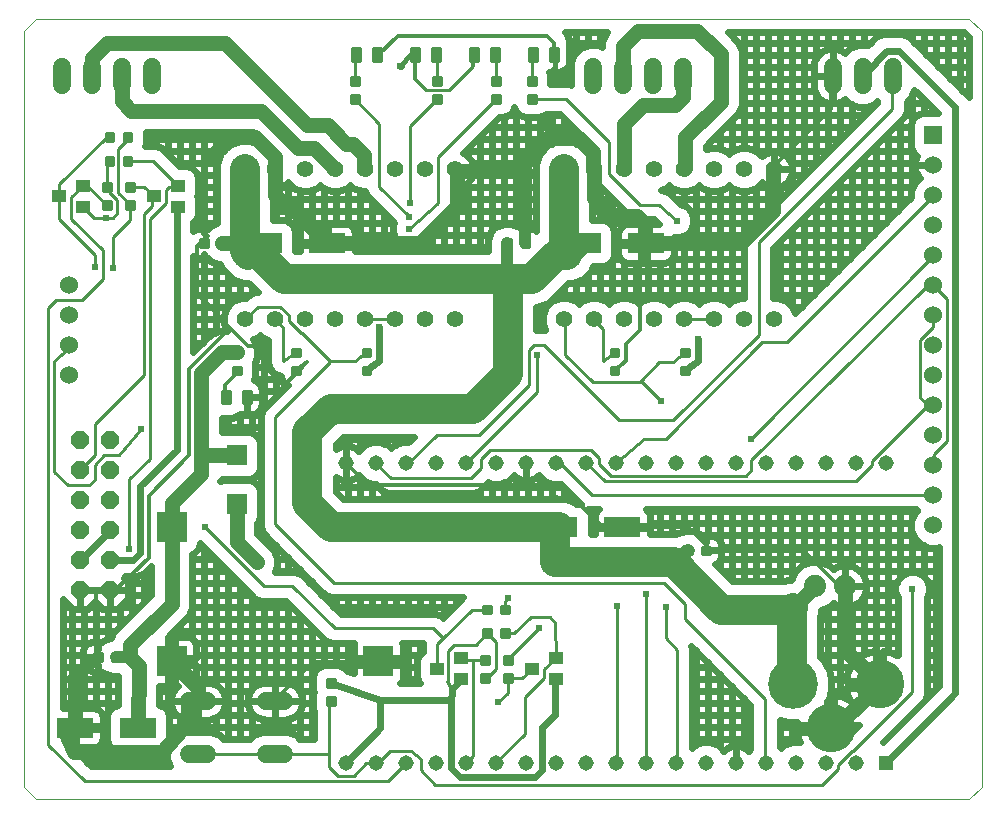
<source format=gtl>
G75*
%MOIN*%
%OFA0B0*%
%FSLAX25Y25*%
%IPPOS*%
%LPD*%
%AMOC8*
5,1,8,0,0,1.08239X$1,22.5*
%
%ADD10C,0.00000*%
%ADD11C,0.06000*%
%ADD12R,0.06000X0.06000*%
%ADD13R,0.05150X0.05150*%
%ADD14C,0.05150*%
%ADD15C,0.05543*%
%ADD16C,0.00875*%
%ADD17R,0.12000X0.06500*%
%ADD18C,0.16598*%
%ADD19C,0.16200*%
%ADD20C,0.07400*%
%ADD21R,0.10000X0.10000*%
%ADD22C,0.05937*%
%ADD23C,0.06000*%
%ADD24OC8,0.06000*%
%ADD25R,0.04500X0.04000*%
%ADD26R,0.06969X0.07087*%
%ADD27C,0.05000*%
%ADD28C,0.04000*%
%ADD29C,0.01200*%
%ADD30C,0.02400*%
%ADD31C,0.01600*%
%ADD32C,0.02400*%
%ADD33OC8,0.02570*%
%ADD34C,0.01000*%
%ADD35C,0.10000*%
%ADD36C,0.06600*%
%ADD37C,0.04400*%
D10*
X0001000Y0004937D02*
X0001000Y0256906D01*
X0004937Y0260843D01*
X0315961Y0260843D01*
X0320409Y0256906D01*
X0320409Y0004937D01*
X0315961Y0001000D01*
X0004937Y0001000D01*
X0001000Y0004937D01*
D11*
X0016039Y0142063D03*
X0016039Y0152063D03*
X0016039Y0162063D03*
X0016039Y0172063D03*
X0304150Y0172063D03*
X0304150Y0182063D03*
X0304150Y0192063D03*
X0304150Y0202063D03*
X0304150Y0212063D03*
X0304150Y0162063D03*
X0304150Y0152063D03*
X0304150Y0142063D03*
X0304150Y0132063D03*
X0304150Y0122063D03*
X0304150Y0112063D03*
X0304150Y0102063D03*
X0304150Y0092063D03*
D12*
X0304150Y0222063D03*
D13*
X0288402Y0012811D03*
D14*
X0278402Y0012811D03*
X0268402Y0012811D03*
X0258402Y0012811D03*
X0248402Y0012811D03*
X0238402Y0012811D03*
X0228402Y0012811D03*
X0218402Y0012811D03*
X0208402Y0012811D03*
X0198402Y0012811D03*
X0188402Y0012811D03*
X0178402Y0012811D03*
X0168402Y0012811D03*
X0158402Y0012811D03*
X0148402Y0012811D03*
X0138402Y0012811D03*
X0128402Y0012811D03*
X0118402Y0012811D03*
X0108402Y0012811D03*
X0108402Y0112811D03*
X0118402Y0112811D03*
X0128402Y0112811D03*
X0138402Y0112811D03*
X0148402Y0112811D03*
X0158402Y0112811D03*
X0168402Y0112811D03*
X0178402Y0112811D03*
X0188402Y0112811D03*
X0198402Y0112811D03*
X0208402Y0112811D03*
X0218402Y0112811D03*
X0228402Y0112811D03*
X0238402Y0112811D03*
X0248402Y0112811D03*
X0258402Y0112811D03*
X0268402Y0112811D03*
X0278402Y0112811D03*
X0288402Y0112811D03*
D15*
X0251039Y0160724D03*
X0241039Y0160724D03*
X0231039Y0160724D03*
X0221039Y0160724D03*
X0211039Y0160724D03*
X0201039Y0160724D03*
X0191039Y0160724D03*
X0181039Y0160724D03*
X0144740Y0160724D03*
X0134740Y0160724D03*
X0124740Y0160724D03*
X0114740Y0160724D03*
X0104740Y0160724D03*
X0094740Y0160724D03*
X0084740Y0160724D03*
X0074740Y0160724D03*
X0074740Y0210724D03*
X0084740Y0210724D03*
X0094740Y0210724D03*
X0104740Y0210724D03*
X0114740Y0210724D03*
X0124740Y0210724D03*
X0134740Y0210724D03*
X0144740Y0210724D03*
X0181039Y0210724D03*
X0191039Y0210724D03*
X0201039Y0210724D03*
X0211039Y0210724D03*
X0221039Y0210724D03*
X0231039Y0210724D03*
X0241039Y0210724D03*
X0251039Y0210724D03*
D16*
X0220159Y0150982D02*
X0220159Y0148356D01*
X0220159Y0150982D02*
X0222785Y0150982D01*
X0222785Y0148356D01*
X0220159Y0148356D01*
X0220159Y0149230D02*
X0222785Y0149230D01*
X0222785Y0150104D02*
X0220159Y0150104D01*
X0220159Y0150978D02*
X0222785Y0150978D01*
X0220159Y0144982D02*
X0220159Y0142356D01*
X0220159Y0144982D02*
X0222785Y0144982D01*
X0222785Y0142356D01*
X0220159Y0142356D01*
X0220159Y0143230D02*
X0222785Y0143230D01*
X0222785Y0144104D02*
X0220159Y0144104D01*
X0220159Y0144978D02*
X0222785Y0144978D01*
X0196537Y0144982D02*
X0196537Y0142356D01*
X0196537Y0144982D02*
X0199163Y0144982D01*
X0199163Y0142356D01*
X0196537Y0142356D01*
X0196537Y0143230D02*
X0199163Y0143230D01*
X0199163Y0144104D02*
X0196537Y0144104D01*
X0196537Y0144978D02*
X0199163Y0144978D01*
X0196537Y0148356D02*
X0196537Y0150982D01*
X0199163Y0150982D01*
X0199163Y0148356D01*
X0196537Y0148356D01*
X0196537Y0149230D02*
X0199163Y0149230D01*
X0199163Y0150104D02*
X0196537Y0150104D01*
X0196537Y0150978D02*
X0199163Y0150978D01*
X0169486Y0184726D02*
X0166860Y0184726D01*
X0166860Y0187352D01*
X0169486Y0187352D01*
X0169486Y0184726D01*
X0169486Y0185600D02*
X0166860Y0185600D01*
X0166860Y0186474D02*
X0169486Y0186474D01*
X0169486Y0187348D02*
X0166860Y0187348D01*
X0163486Y0184726D02*
X0160860Y0184726D01*
X0160860Y0187352D01*
X0163486Y0187352D01*
X0163486Y0184726D01*
X0163486Y0185600D02*
X0160860Y0185600D01*
X0160860Y0186474D02*
X0163486Y0186474D01*
X0163486Y0187348D02*
X0160860Y0187348D01*
X0159793Y0232907D02*
X0159793Y0235533D01*
X0159793Y0232907D02*
X0157167Y0232907D01*
X0157167Y0235533D01*
X0159793Y0235533D01*
X0159793Y0233781D02*
X0157167Y0233781D01*
X0157167Y0234655D02*
X0159793Y0234655D01*
X0159793Y0235529D02*
X0157167Y0235529D01*
X0159793Y0238907D02*
X0159793Y0241533D01*
X0159793Y0238907D02*
X0157167Y0238907D01*
X0157167Y0241533D01*
X0159793Y0241533D01*
X0159793Y0239781D02*
X0157167Y0239781D01*
X0157167Y0240655D02*
X0159793Y0240655D01*
X0159793Y0241529D02*
X0157167Y0241529D01*
X0156730Y0246968D02*
X0159356Y0246968D01*
X0156730Y0246968D02*
X0156730Y0251094D01*
X0159356Y0251094D01*
X0159356Y0246968D01*
X0159356Y0247842D02*
X0156730Y0247842D01*
X0156730Y0248716D02*
X0159356Y0248716D01*
X0159356Y0249590D02*
X0156730Y0249590D01*
X0156730Y0250464D02*
X0159356Y0250464D01*
X0152356Y0246968D02*
X0149730Y0246968D01*
X0149730Y0251094D01*
X0152356Y0251094D01*
X0152356Y0246968D01*
X0152356Y0247842D02*
X0149730Y0247842D01*
X0149730Y0248716D02*
X0152356Y0248716D01*
X0152356Y0249590D02*
X0149730Y0249590D01*
X0149730Y0250464D02*
X0152356Y0250464D01*
X0139671Y0246968D02*
X0137045Y0246968D01*
X0137045Y0251094D01*
X0139671Y0251094D01*
X0139671Y0246968D01*
X0139671Y0247842D02*
X0137045Y0247842D01*
X0137045Y0248716D02*
X0139671Y0248716D01*
X0139671Y0249590D02*
X0137045Y0249590D01*
X0137045Y0250464D02*
X0139671Y0250464D01*
X0132671Y0246968D02*
X0130045Y0246968D01*
X0130045Y0251094D01*
X0132671Y0251094D01*
X0132671Y0246968D01*
X0132671Y0247842D02*
X0130045Y0247842D01*
X0130045Y0248716D02*
X0132671Y0248716D01*
X0132671Y0249590D02*
X0130045Y0249590D01*
X0130045Y0250464D02*
X0132671Y0250464D01*
X0140108Y0241533D02*
X0140108Y0238907D01*
X0137482Y0238907D01*
X0137482Y0241533D01*
X0140108Y0241533D01*
X0140108Y0239781D02*
X0137482Y0239781D01*
X0137482Y0240655D02*
X0140108Y0240655D01*
X0140108Y0241529D02*
X0137482Y0241529D01*
X0140108Y0235533D02*
X0140108Y0232907D01*
X0137482Y0232907D01*
X0137482Y0235533D01*
X0140108Y0235533D01*
X0140108Y0233781D02*
X0137482Y0233781D01*
X0137482Y0234655D02*
X0140108Y0234655D01*
X0140108Y0235529D02*
X0137482Y0235529D01*
X0119986Y0246968D02*
X0117360Y0246968D01*
X0117360Y0251094D01*
X0119986Y0251094D01*
X0119986Y0246968D01*
X0119986Y0247842D02*
X0117360Y0247842D01*
X0117360Y0248716D02*
X0119986Y0248716D01*
X0119986Y0249590D02*
X0117360Y0249590D01*
X0117360Y0250464D02*
X0119986Y0250464D01*
X0112986Y0246968D02*
X0110360Y0246968D01*
X0110360Y0251094D01*
X0112986Y0251094D01*
X0112986Y0246968D01*
X0112986Y0247842D02*
X0110360Y0247842D01*
X0110360Y0248716D02*
X0112986Y0248716D01*
X0112986Y0249590D02*
X0110360Y0249590D01*
X0110360Y0250464D02*
X0112986Y0250464D01*
X0109923Y0241533D02*
X0109923Y0238907D01*
X0109923Y0241533D02*
X0112549Y0241533D01*
X0112549Y0238907D01*
X0109923Y0238907D01*
X0109923Y0239781D02*
X0112549Y0239781D01*
X0112549Y0240655D02*
X0109923Y0240655D01*
X0109923Y0241529D02*
X0112549Y0241529D01*
X0109923Y0235533D02*
X0109923Y0232907D01*
X0109923Y0235533D02*
X0112549Y0235533D01*
X0112549Y0232907D01*
X0109923Y0232907D01*
X0109923Y0233781D02*
X0112549Y0233781D01*
X0112549Y0234655D02*
X0109923Y0234655D01*
X0109923Y0235529D02*
X0112549Y0235529D01*
X0068305Y0187352D02*
X0065679Y0187352D01*
X0068305Y0187352D02*
X0068305Y0184726D01*
X0065679Y0184726D01*
X0065679Y0187352D01*
X0065679Y0185600D02*
X0068305Y0185600D01*
X0068305Y0186474D02*
X0065679Y0186474D01*
X0065679Y0187348D02*
X0068305Y0187348D01*
X0062305Y0187352D02*
X0059679Y0187352D01*
X0062305Y0187352D02*
X0062305Y0184726D01*
X0059679Y0184726D01*
X0059679Y0187352D01*
X0059679Y0185600D02*
X0062305Y0185600D01*
X0062305Y0186474D02*
X0059679Y0186474D01*
X0059679Y0187348D02*
X0062305Y0187348D01*
X0035120Y0197474D02*
X0035120Y0200100D01*
X0037746Y0200100D01*
X0037746Y0197474D01*
X0035120Y0197474D01*
X0035120Y0198348D02*
X0037746Y0198348D01*
X0037746Y0199222D02*
X0035120Y0199222D01*
X0035120Y0200096D02*
X0037746Y0200096D01*
X0035120Y0203474D02*
X0035120Y0206100D01*
X0037746Y0206100D01*
X0037746Y0203474D01*
X0035120Y0203474D01*
X0035120Y0204348D02*
X0037746Y0204348D01*
X0037746Y0205222D02*
X0035120Y0205222D01*
X0035120Y0206096D02*
X0037746Y0206096D01*
X0036809Y0214911D02*
X0034183Y0214911D01*
X0036809Y0214911D02*
X0036809Y0212285D01*
X0034183Y0212285D01*
X0034183Y0214911D01*
X0034183Y0213159D02*
X0036809Y0213159D01*
X0036809Y0214033D02*
X0034183Y0214033D01*
X0034183Y0214907D02*
X0036809Y0214907D01*
X0036809Y0220159D02*
X0034183Y0220159D01*
X0034183Y0222785D01*
X0036809Y0222785D01*
X0036809Y0220159D01*
X0036809Y0221033D02*
X0034183Y0221033D01*
X0034183Y0221907D02*
X0036809Y0221907D01*
X0036809Y0222781D02*
X0034183Y0222781D01*
X0030809Y0220159D02*
X0028183Y0220159D01*
X0028183Y0222785D01*
X0030809Y0222785D01*
X0030809Y0220159D01*
X0030809Y0221033D02*
X0028183Y0221033D01*
X0028183Y0221907D02*
X0030809Y0221907D01*
X0030809Y0222781D02*
X0028183Y0222781D01*
X0028183Y0214911D02*
X0030809Y0214911D01*
X0030809Y0212285D01*
X0028183Y0212285D01*
X0028183Y0214911D01*
X0028183Y0213159D02*
X0030809Y0213159D01*
X0030809Y0214033D02*
X0028183Y0214033D01*
X0028183Y0214907D02*
X0030809Y0214907D01*
X0029872Y0206100D02*
X0029872Y0203474D01*
X0027246Y0203474D01*
X0027246Y0206100D01*
X0029872Y0206100D01*
X0029872Y0204348D02*
X0027246Y0204348D01*
X0027246Y0205222D02*
X0029872Y0205222D01*
X0029872Y0206096D02*
X0027246Y0206096D01*
X0029872Y0200100D02*
X0029872Y0197474D01*
X0027246Y0197474D01*
X0027246Y0200100D01*
X0029872Y0200100D01*
X0029872Y0198348D02*
X0027246Y0198348D01*
X0027246Y0199222D02*
X0029872Y0199222D01*
X0029872Y0200096D02*
X0027246Y0200096D01*
X0073179Y0150982D02*
X0073179Y0148356D01*
X0070553Y0148356D01*
X0070553Y0150982D01*
X0073179Y0150982D01*
X0073179Y0149230D02*
X0070553Y0149230D01*
X0070553Y0150104D02*
X0073179Y0150104D01*
X0073179Y0150978D02*
X0070553Y0150978D01*
X0073179Y0144982D02*
X0073179Y0142356D01*
X0070553Y0142356D01*
X0070553Y0144982D01*
X0073179Y0144982D01*
X0073179Y0143230D02*
X0070553Y0143230D01*
X0070553Y0144104D02*
X0073179Y0144104D01*
X0073179Y0144978D02*
X0070553Y0144978D01*
X0069679Y0132795D02*
X0067053Y0132795D01*
X0067053Y0136921D01*
X0069679Y0136921D01*
X0069679Y0132795D01*
X0069679Y0133669D02*
X0067053Y0133669D01*
X0067053Y0134543D02*
X0069679Y0134543D01*
X0069679Y0135417D02*
X0067053Y0135417D01*
X0067053Y0136291D02*
X0069679Y0136291D01*
X0074053Y0132795D02*
X0076679Y0132795D01*
X0074053Y0132795D02*
X0074053Y0136921D01*
X0076679Y0136921D01*
X0076679Y0132795D01*
X0076679Y0133669D02*
X0074053Y0133669D01*
X0074053Y0134543D02*
X0076679Y0134543D01*
X0076679Y0135417D02*
X0074053Y0135417D01*
X0074053Y0136291D02*
X0076679Y0136291D01*
X0090238Y0142356D02*
X0090238Y0144982D01*
X0092864Y0144982D01*
X0092864Y0142356D01*
X0090238Y0142356D01*
X0090238Y0143230D02*
X0092864Y0143230D01*
X0092864Y0144104D02*
X0090238Y0144104D01*
X0090238Y0144978D02*
X0092864Y0144978D01*
X0090238Y0148356D02*
X0090238Y0150982D01*
X0092864Y0150982D01*
X0092864Y0148356D01*
X0090238Y0148356D01*
X0090238Y0149230D02*
X0092864Y0149230D01*
X0092864Y0150104D02*
X0090238Y0150104D01*
X0090238Y0150978D02*
X0092864Y0150978D01*
X0113860Y0150982D02*
X0113860Y0148356D01*
X0113860Y0150982D02*
X0116486Y0150982D01*
X0116486Y0148356D01*
X0113860Y0148356D01*
X0113860Y0149230D02*
X0116486Y0149230D01*
X0116486Y0150104D02*
X0113860Y0150104D01*
X0113860Y0150978D02*
X0116486Y0150978D01*
X0113860Y0144982D02*
X0113860Y0142356D01*
X0113860Y0144982D02*
X0116486Y0144982D01*
X0116486Y0142356D01*
X0113860Y0142356D01*
X0113860Y0143230D02*
X0116486Y0143230D01*
X0116486Y0144104D02*
X0113860Y0144104D01*
X0113860Y0144978D02*
X0116486Y0144978D01*
X0154167Y0062679D02*
X0156793Y0062679D01*
X0154167Y0062679D02*
X0154167Y0065305D01*
X0156793Y0065305D01*
X0156793Y0062679D01*
X0156793Y0063553D02*
X0154167Y0063553D01*
X0154167Y0064427D02*
X0156793Y0064427D01*
X0156793Y0065301D02*
X0154167Y0065301D01*
X0160167Y0062679D02*
X0162793Y0062679D01*
X0160167Y0062679D02*
X0160167Y0065305D01*
X0162793Y0065305D01*
X0162793Y0062679D01*
X0162793Y0063553D02*
X0160167Y0063553D01*
X0160167Y0064427D02*
X0162793Y0064427D01*
X0162793Y0065301D02*
X0160167Y0065301D01*
X0160167Y0057431D02*
X0162793Y0057431D01*
X0162793Y0054805D01*
X0160167Y0054805D01*
X0160167Y0057431D01*
X0160167Y0055679D02*
X0162793Y0055679D01*
X0162793Y0056553D02*
X0160167Y0056553D01*
X0160167Y0057427D02*
X0162793Y0057427D01*
X0156793Y0057431D02*
X0154167Y0057431D01*
X0156793Y0057431D02*
X0156793Y0054805D01*
X0154167Y0054805D01*
X0154167Y0057431D01*
X0154167Y0055679D02*
X0156793Y0055679D01*
X0156793Y0056553D02*
X0154167Y0056553D01*
X0154167Y0057427D02*
X0156793Y0057427D01*
X0153230Y0048620D02*
X0153230Y0045994D01*
X0153230Y0048620D02*
X0155856Y0048620D01*
X0155856Y0045994D01*
X0153230Y0045994D01*
X0153230Y0046868D02*
X0155856Y0046868D01*
X0155856Y0047742D02*
X0153230Y0047742D01*
X0153230Y0048616D02*
X0155856Y0048616D01*
X0163730Y0048620D02*
X0163730Y0045994D01*
X0161104Y0045994D01*
X0161104Y0048620D01*
X0163730Y0048620D01*
X0163730Y0046868D02*
X0161104Y0046868D01*
X0161104Y0047742D02*
X0163730Y0047742D01*
X0163730Y0048616D02*
X0161104Y0048616D01*
X0163730Y0042620D02*
X0163730Y0039994D01*
X0161104Y0039994D01*
X0161104Y0042620D01*
X0163730Y0042620D01*
X0163730Y0040868D02*
X0161104Y0040868D01*
X0161104Y0041742D02*
X0163730Y0041742D01*
X0163730Y0042616D02*
X0161104Y0042616D01*
X0153230Y0042620D02*
X0153230Y0039994D01*
X0153230Y0042620D02*
X0155856Y0042620D01*
X0155856Y0039994D01*
X0153230Y0039994D01*
X0153230Y0040868D02*
X0155856Y0040868D01*
X0155856Y0041742D02*
X0153230Y0041742D01*
X0153230Y0042616D02*
X0155856Y0042616D01*
X0104675Y0040746D02*
X0104675Y0038120D01*
X0102049Y0038120D01*
X0102049Y0040746D01*
X0104675Y0040746D01*
X0104675Y0038994D02*
X0102049Y0038994D01*
X0102049Y0039868D02*
X0104675Y0039868D01*
X0104675Y0040742D02*
X0102049Y0040742D01*
X0104675Y0034746D02*
X0104675Y0032120D01*
X0102049Y0032120D01*
X0102049Y0034746D01*
X0104675Y0034746D01*
X0104675Y0032994D02*
X0102049Y0032994D01*
X0102049Y0033868D02*
X0104675Y0033868D01*
X0104675Y0034742D02*
X0102049Y0034742D01*
X0032872Y0046931D02*
X0030246Y0046931D01*
X0030246Y0049557D01*
X0032872Y0049557D01*
X0032872Y0046931D01*
X0032872Y0047805D02*
X0030246Y0047805D01*
X0030246Y0048679D02*
X0032872Y0048679D01*
X0032872Y0049553D02*
X0030246Y0049553D01*
X0026872Y0046931D02*
X0024246Y0046931D01*
X0024246Y0049557D01*
X0026872Y0049557D01*
X0026872Y0046931D01*
X0026872Y0047805D02*
X0024246Y0047805D01*
X0024246Y0048679D02*
X0026872Y0048679D01*
X0026872Y0049553D02*
X0024246Y0049553D01*
X0168978Y0232907D02*
X0168978Y0235533D01*
X0171604Y0235533D01*
X0171604Y0232907D01*
X0168978Y0232907D01*
X0168978Y0233781D02*
X0171604Y0233781D01*
X0171604Y0234655D02*
X0168978Y0234655D01*
X0168978Y0235529D02*
X0171604Y0235529D01*
X0168978Y0238907D02*
X0168978Y0241533D01*
X0171604Y0241533D01*
X0171604Y0238907D01*
X0168978Y0238907D01*
X0168978Y0239781D02*
X0171604Y0239781D01*
X0171604Y0240655D02*
X0168978Y0240655D01*
X0168978Y0241529D02*
X0171604Y0241529D01*
X0172041Y0246968D02*
X0169415Y0246968D01*
X0169415Y0251094D01*
X0172041Y0251094D01*
X0172041Y0246968D01*
X0172041Y0247842D02*
X0169415Y0247842D01*
X0169415Y0248716D02*
X0172041Y0248716D01*
X0172041Y0249590D02*
X0169415Y0249590D01*
X0169415Y0250464D02*
X0172041Y0250464D01*
X0176415Y0246968D02*
X0179041Y0246968D01*
X0176415Y0246968D02*
X0176415Y0251094D01*
X0179041Y0251094D01*
X0179041Y0246968D01*
X0179041Y0247842D02*
X0176415Y0247842D01*
X0176415Y0248716D02*
X0179041Y0248716D01*
X0179041Y0249590D02*
X0176415Y0249590D01*
X0176415Y0250464D02*
X0179041Y0250464D01*
X0221096Y0084990D02*
X0223722Y0084990D01*
X0223722Y0082364D01*
X0221096Y0082364D01*
X0221096Y0084990D01*
X0221096Y0083238D02*
X0223722Y0083238D01*
X0223722Y0084112D02*
X0221096Y0084112D01*
X0221096Y0084986D02*
X0223722Y0084986D01*
X0227096Y0084990D02*
X0229722Y0084990D01*
X0229722Y0082364D01*
X0227096Y0082364D01*
X0227096Y0084990D01*
X0227096Y0083238D02*
X0229722Y0083238D01*
X0229722Y0084112D02*
X0227096Y0084112D01*
X0227096Y0084986D02*
X0229722Y0084986D01*
D17*
X0200476Y0091551D03*
X0179476Y0091551D03*
X0187350Y0186039D03*
X0208350Y0186039D03*
X0102051Y0186039D03*
X0081051Y0186039D03*
X0039059Y0024622D03*
X0018059Y0024622D03*
D18*
X0257387Y0039189D03*
D19*
X0269898Y0024380D03*
X0286209Y0039089D03*
D20*
X0274780Y0071866D03*
X0264780Y0071866D03*
D21*
X0119110Y0091551D03*
X0119110Y0046669D03*
X0050213Y0046669D03*
X0050213Y0091551D03*
D22*
X0056102Y0033480D02*
X0062039Y0033480D01*
X0062039Y0015764D02*
X0056102Y0015764D01*
X0081693Y0015764D02*
X0087630Y0015764D01*
X0087630Y0033480D02*
X0081693Y0033480D01*
D23*
X0043559Y0238906D02*
X0043559Y0244906D01*
X0033559Y0244906D02*
X0033559Y0238906D01*
X0023559Y0238906D02*
X0023559Y0244906D01*
X0013559Y0244906D02*
X0013559Y0238906D01*
X0190724Y0238906D02*
X0190724Y0244906D01*
X0200724Y0244906D02*
X0200724Y0238906D01*
X0210724Y0238906D02*
X0210724Y0244906D01*
X0220724Y0244906D02*
X0220724Y0238906D01*
X0270528Y0238906D02*
X0270528Y0244906D01*
X0280528Y0244906D02*
X0280528Y0238906D01*
X0290528Y0238906D02*
X0290528Y0244906D01*
D24*
X0029622Y0120488D03*
X0029622Y0110488D03*
X0029622Y0100488D03*
X0029622Y0090488D03*
X0029622Y0080488D03*
X0019622Y0080488D03*
X0019622Y0090488D03*
X0019622Y0100488D03*
X0019622Y0110488D03*
X0019622Y0120488D03*
X0019622Y0070488D03*
X0029622Y0070488D03*
D25*
X0138732Y0044307D03*
X0146732Y0040807D03*
X0146732Y0047807D03*
X0170228Y0044307D03*
X0178228Y0040807D03*
X0178228Y0047807D03*
X0052244Y0198287D03*
X0052244Y0205287D03*
X0044244Y0201787D03*
X0020748Y0198287D03*
X0020748Y0205287D03*
X0012748Y0201787D03*
D26*
X0071866Y0115339D03*
X0071866Y0099260D03*
D27*
X0071866Y0086433D01*
X0078559Y0079740D01*
X0050213Y0091551D02*
X0050213Y0065961D01*
X0036433Y0052181D01*
X0036433Y0048244D01*
X0036335Y0048146D01*
X0039189Y0045291D01*
X0039059Y0024622D01*
X0047063Y0016354D02*
X0017535Y0016354D01*
X0015173Y0022654D01*
X0015173Y0023441D01*
X0018059Y0024622D01*
X0017929Y0041354D01*
X0047063Y0016354D02*
X0055724Y0026591D01*
X0055724Y0031709D01*
X0057496Y0033480D01*
X0059071Y0033480D01*
X0059071Y0037811D01*
X0050213Y0046669D01*
X0050213Y0091551D02*
X0050213Y0099425D01*
X0060055Y0109268D01*
X0060055Y0115173D01*
X0060055Y0142732D01*
X0067142Y0149819D01*
X0071866Y0149669D01*
X0071866Y0115339D02*
X0060283Y0115339D01*
X0060252Y0115370D01*
X0060055Y0115173D01*
X0066992Y0186039D02*
X0074740Y0186039D01*
X0089976Y0197063D02*
X0091157Y0197063D01*
X0102051Y0186039D01*
X0132890Y0186039D01*
X0145488Y0198638D01*
X0145488Y0209976D01*
X0144740Y0210724D01*
X0145409Y0210055D01*
X0167929Y0210055D01*
X0166354Y0212024D01*
X0175409Y0221079D01*
X0186039Y0221079D01*
X0190764Y0216354D01*
X0190764Y0211000D01*
X0191039Y0210724D01*
X0191039Y0201118D01*
X0197063Y0195094D01*
X0205331Y0195094D01*
X0208087Y0192339D01*
X0208087Y0186433D01*
X0208350Y0186039D01*
X0239976Y0186039D01*
X0250606Y0196669D01*
X0250606Y0210291D01*
X0251039Y0210724D01*
X0233283Y0233283D02*
X0221472Y0221472D01*
X0221472Y0211157D01*
X0221039Y0210724D01*
X0201039Y0210724D02*
X0201039Y0225843D01*
X0207299Y0232102D01*
X0217929Y0232102D01*
X0220685Y0234858D01*
X0220685Y0241866D01*
X0233283Y0249031D02*
X0233283Y0233283D01*
X0233283Y0249031D02*
X0225409Y0256906D01*
X0205724Y0256906D01*
X0200724Y0251906D01*
X0200724Y0241906D01*
X0114386Y0215567D02*
X0114386Y0211079D01*
X0114740Y0210724D01*
X0114386Y0215567D02*
X0110843Y0219110D01*
X0108480Y0219110D01*
X0102181Y0225409D01*
X0095488Y0225409D01*
X0067929Y0252969D01*
X0028559Y0252969D01*
X0023559Y0247969D01*
X0023559Y0241906D01*
X0033559Y0241906D02*
X0033559Y0233402D01*
X0036827Y0230134D01*
X0080134Y0230134D01*
X0092339Y0217929D01*
X0097535Y0217929D01*
X0104740Y0210724D01*
X0089976Y0197063D02*
X0084740Y0202299D01*
X0084740Y0210724D01*
X0084740Y0214898D01*
X0078165Y0221472D01*
X0069898Y0221472D01*
X0063992Y0215567D01*
X0257387Y0064473D02*
X0257387Y0039189D01*
X0269898Y0024380D02*
X0271499Y0024380D01*
X0286209Y0039089D01*
X0274780Y0050518D01*
X0274780Y0071866D01*
X0264780Y0071866D02*
X0257387Y0064473D01*
D28*
X0162024Y0174228D02*
X0162173Y0186039D01*
X0168173Y0186039D02*
X0167929Y0210055D01*
X0220685Y0241866D02*
X0220724Y0241906D01*
X0036335Y0048146D02*
X0031559Y0048244D01*
X0025559Y0048244D02*
X0017929Y0041354D01*
D29*
X0025559Y0048244D02*
X0024850Y0050500D01*
X0024850Y0070750D01*
X0019900Y0070750D01*
X0019622Y0070488D01*
X0024850Y0070750D02*
X0029350Y0070750D01*
X0029622Y0070488D01*
X0029800Y0070750D01*
X0031600Y0070750D01*
X0042569Y0081325D01*
X0042569Y0101912D01*
X0055900Y0115637D01*
X0055900Y0144100D01*
X0069738Y0157938D01*
X0075756Y0151919D01*
X0079806Y0151919D01*
X0081325Y0150400D01*
X0081325Y0144775D01*
X0087625Y0138475D01*
X0085375Y0136225D01*
X0085600Y0136000D01*
X0085206Y0135944D01*
X0087625Y0138475D02*
X0095500Y0146350D01*
X0091551Y0143669D01*
X0071866Y0143669D02*
X0071866Y0142732D01*
X0067929Y0138795D01*
X0067929Y0135295D01*
X0068366Y0134858D01*
X0069738Y0157938D02*
X0058600Y0169469D01*
X0058600Y0185050D01*
X0062200Y0188650D01*
X0118717Y0249031D02*
X0119504Y0249031D01*
X0125803Y0255331D01*
X0175409Y0255331D01*
X0177772Y0252969D01*
X0177772Y0249031D01*
X0151043Y0249031D02*
X0150606Y0248594D01*
X0150606Y0245094D01*
X0131358Y0249031D02*
X0131358Y0240720D01*
X0206256Y0184206D02*
X0208350Y0186039D01*
X0206256Y0184206D02*
X0206256Y0157150D01*
X0201700Y0152594D01*
X0201700Y0146800D01*
X0197850Y0143669D01*
X0168400Y0112600D02*
X0168323Y0112600D01*
X0168323Y0105513D01*
X0115750Y0105513D01*
X0108663Y0112600D01*
X0108550Y0112600D01*
X0108402Y0112811D01*
X0168323Y0105513D02*
X0177772Y0105513D01*
X0178559Y0106118D01*
X0180134Y0105331D01*
X0193565Y0091900D01*
X0200350Y0091900D01*
X0200476Y0091551D01*
X0200800Y0091450D01*
X0222400Y0091450D01*
X0228700Y0085150D01*
X0228700Y0083800D01*
X0228409Y0083677D01*
X0229600Y0083350D01*
X0261100Y0083350D01*
X0272350Y0072100D01*
X0274780Y0071866D01*
X0178635Y0105513D02*
X0177772Y0105513D01*
X0119110Y0046669D02*
X0118900Y0046450D01*
X0097300Y0046450D01*
X0084700Y0033850D01*
X0084661Y0033480D01*
X0142339Y0039976D02*
X0143520Y0037220D01*
X0251039Y0210724D02*
X0252100Y0212950D01*
X0270100Y0230950D01*
X0270100Y0241750D01*
X0270528Y0241906D01*
D30*
X0218575Y0193656D03*
X0225550Y0154113D03*
X0213344Y0133356D03*
X0243269Y0120925D03*
X0208480Y0069110D03*
X0214863Y0064900D03*
X0198638Y0065173D03*
X0172654Y0057693D03*
X0162417Y0067929D03*
X0159176Y0033063D03*
X0061187Y0091450D03*
X0036100Y0084250D03*
X0040150Y0124300D03*
X0085206Y0135944D03*
X0119350Y0158050D03*
X0129475Y0190900D03*
X0129475Y0194894D03*
X0129813Y0199337D03*
X0175409Y0226591D03*
X0178165Y0243126D03*
X0126197Y0245094D03*
X0051963Y0194444D03*
X0030700Y0177852D03*
X0024622Y0178165D03*
X0028507Y0194500D03*
X0172000Y0148713D03*
X0297100Y0070807D03*
D31*
X0175409Y0221079D02*
X0175409Y0226591D01*
X0178165Y0243126D02*
X0178165Y0248835D01*
X0170728Y0249031D02*
X0170556Y0248859D01*
X0170291Y0248859D01*
X0158480Y0248835D02*
X0158240Y0248835D01*
X0158043Y0249031D01*
X0151043Y0249031D02*
X0150606Y0249469D01*
X0138700Y0248950D02*
X0138440Y0248950D01*
X0138358Y0249031D01*
X0131358Y0249031D02*
X0130134Y0249031D01*
X0126197Y0245094D01*
X0111673Y0249031D02*
X0111592Y0248950D01*
X0111250Y0248950D01*
D32*
X0126197Y0245094D02*
X0126787Y0245094D01*
X0152189Y0221000D02*
X0187850Y0221000D01*
X0189000Y0219850D02*
X0189000Y0216341D01*
X0188786Y0216271D02*
X0186364Y0218693D01*
X0182909Y0220124D01*
X0179170Y0220124D01*
X0175715Y0218693D01*
X0173070Y0216049D01*
X0171639Y0212594D01*
X0171639Y0190288D01*
X0171209Y0190575D01*
X0170547Y0190850D01*
X0169844Y0190989D01*
X0168173Y0190989D01*
X0166689Y0190989D01*
X0166226Y0191453D01*
X0164448Y0192189D01*
X0164071Y0192189D01*
X0163527Y0192423D01*
X0160981Y0192455D01*
X0160316Y0192189D01*
X0159898Y0192189D01*
X0158120Y0191453D01*
X0156760Y0190092D01*
X0156023Y0188314D01*
X0156023Y0187937D01*
X0155790Y0187393D01*
X0155742Y0183628D01*
X0111251Y0183628D01*
X0111251Y0185614D01*
X0102476Y0185614D01*
X0102476Y0186464D01*
X0111251Y0186464D01*
X0111251Y0189605D01*
X0111128Y0190223D01*
X0110887Y0190805D01*
X0110537Y0191329D01*
X0110091Y0191775D01*
X0109567Y0192125D01*
X0108985Y0192366D01*
X0108366Y0192489D01*
X0102476Y0192489D01*
X0102476Y0186464D01*
X0101626Y0186464D01*
X0101626Y0185614D01*
X0092851Y0185614D01*
X0092851Y0183628D01*
X0091508Y0183628D01*
X0091451Y0183685D01*
X0091451Y0190165D01*
X0090781Y0191782D01*
X0089544Y0193020D01*
X0087926Y0193689D01*
X0084140Y0193689D01*
X0084140Y0204773D01*
X0084270Y0204753D01*
X0084740Y0204753D01*
X0084740Y0210724D01*
X0084740Y0210724D01*
X0084740Y0204753D01*
X0085210Y0204753D01*
X0086139Y0204900D01*
X0087032Y0205190D01*
X0087870Y0205617D01*
X0088630Y0206169D01*
X0088892Y0206431D01*
X0090678Y0204645D01*
X0093314Y0203553D01*
X0096167Y0203553D01*
X0098803Y0204645D01*
X0099740Y0205582D01*
X0100678Y0204645D01*
X0103314Y0203553D01*
X0106167Y0203553D01*
X0108803Y0204645D01*
X0109740Y0205582D01*
X0110678Y0204645D01*
X0113314Y0203553D01*
X0114774Y0203553D01*
X0115350Y0202161D01*
X0116728Y0200783D01*
X0123977Y0193534D01*
X0124241Y0192897D01*
X0123875Y0192014D01*
X0123875Y0189786D01*
X0124728Y0187728D01*
X0126303Y0186153D01*
X0128361Y0185300D01*
X0130589Y0185300D01*
X0132647Y0186153D01*
X0134223Y0187728D01*
X0134756Y0189016D01*
X0141774Y0195177D01*
X0141926Y0195240D01*
X0142502Y0195816D01*
X0143115Y0196354D01*
X0143188Y0196502D01*
X0143304Y0196618D01*
X0143616Y0197372D01*
X0143976Y0198103D01*
X0143987Y0198267D01*
X0144050Y0198419D01*
X0144050Y0199235D01*
X0144103Y0200048D01*
X0144050Y0200204D01*
X0144050Y0204788D01*
X0144270Y0204753D01*
X0144740Y0204753D01*
X0144740Y0210724D01*
X0144740Y0210724D01*
X0144740Y0204753D01*
X0145210Y0204753D01*
X0146139Y0204900D01*
X0147032Y0205190D01*
X0147870Y0205617D01*
X0148630Y0206169D01*
X0149295Y0206834D01*
X0149848Y0207595D01*
X0150274Y0208432D01*
X0150565Y0209326D01*
X0150712Y0210254D01*
X0150712Y0210724D01*
X0144740Y0210724D01*
X0144740Y0210724D01*
X0150712Y0210724D01*
X0150712Y0211194D01*
X0150565Y0212123D01*
X0150274Y0213017D01*
X0149848Y0213854D01*
X0149295Y0214615D01*
X0148630Y0215279D01*
X0147870Y0215832D01*
X0147308Y0216118D01*
X0159260Y0228070D01*
X0160755Y0228070D01*
X0162533Y0228807D01*
X0163894Y0230168D01*
X0164386Y0231356D01*
X0164878Y0230168D01*
X0166239Y0228807D01*
X0168017Y0228070D01*
X0172566Y0228070D01*
X0174344Y0228807D01*
X0174858Y0229320D01*
X0179529Y0229320D01*
X0190982Y0217868D01*
X0190982Y0216696D01*
X0190569Y0216696D01*
X0189641Y0216549D01*
X0188786Y0216271D01*
X0188057Y0217000D02*
X0190982Y0217000D01*
X0185000Y0219258D02*
X0185000Y0223850D01*
X0183850Y0225000D02*
X0156189Y0225000D01*
X0157000Y0225811D02*
X0157000Y0190332D01*
X0156307Y0189000D02*
X0134750Y0189000D01*
X0137000Y0190986D02*
X0137000Y0183628D01*
X0133000Y0183628D02*
X0133000Y0186505D01*
X0129000Y0185300D02*
X0129000Y0183628D01*
X0125000Y0183628D02*
X0125000Y0187456D01*
X0124201Y0189000D02*
X0111251Y0189000D01*
X0109000Y0186464D02*
X0109000Y0185614D01*
X0111251Y0185000D02*
X0155760Y0185000D01*
X0153000Y0183628D02*
X0153000Y0221811D01*
X0149000Y0217811D02*
X0149000Y0214910D01*
X0148189Y0217000D02*
X0174021Y0217000D01*
X0173000Y0215879D02*
X0173000Y0228250D01*
X0174537Y0229000D02*
X0179850Y0229000D01*
X0181000Y0227850D02*
X0181000Y0220124D01*
X0177000Y0219226D02*
X0177000Y0229320D01*
X0169000Y0228070D02*
X0169000Y0190989D01*
X0168173Y0190989D02*
X0168173Y0188676D01*
X0168173Y0188676D01*
X0168173Y0190989D01*
X0168173Y0189000D02*
X0168173Y0189000D01*
X0165000Y0191961D02*
X0165000Y0230046D01*
X0166046Y0229000D02*
X0162726Y0229000D01*
X0161000Y0228172D02*
X0161000Y0192455D01*
X0171639Y0193000D02*
X0139294Y0193000D01*
X0141000Y0194497D02*
X0141000Y0183628D01*
X0145000Y0183628D02*
X0145000Y0204753D01*
X0144740Y0205000D02*
X0144740Y0205000D01*
X0146447Y0205000D02*
X0171639Y0205000D01*
X0171639Y0209000D02*
X0150459Y0209000D01*
X0149000Y0210724D02*
X0149000Y0210724D01*
X0150280Y0213000D02*
X0171807Y0213000D01*
X0171639Y0201000D02*
X0144050Y0201000D01*
X0143462Y0197000D02*
X0171639Y0197000D01*
X0190439Y0197000D02*
X0201270Y0197000D01*
X0201000Y0197270D02*
X0201000Y0192194D01*
X0200835Y0192125D02*
X0200311Y0191775D01*
X0199865Y0191329D01*
X0199515Y0190805D01*
X0199273Y0190223D01*
X0199150Y0189605D01*
X0199150Y0186464D01*
X0207925Y0186464D01*
X0207925Y0185614D01*
X0208775Y0185614D01*
X0208775Y0179589D01*
X0214666Y0179589D01*
X0215284Y0179712D01*
X0215866Y0179954D01*
X0216390Y0180304D01*
X0216836Y0180749D01*
X0217186Y0181274D01*
X0217427Y0181856D01*
X0217550Y0182474D01*
X0217550Y0185614D01*
X0208775Y0185614D01*
X0208775Y0186464D01*
X0217550Y0186464D01*
X0217550Y0188056D01*
X0219689Y0188056D01*
X0221747Y0188908D01*
X0223322Y0190484D01*
X0224175Y0192542D01*
X0224175Y0194770D01*
X0223322Y0196828D01*
X0221747Y0198403D01*
X0219802Y0199209D01*
X0216240Y0202526D01*
X0215613Y0203154D01*
X0215529Y0203188D01*
X0215463Y0203250D01*
X0214632Y0203560D01*
X0213812Y0203900D01*
X0213722Y0203900D01*
X0213637Y0203932D01*
X0213356Y0203922D01*
X0215102Y0204645D01*
X0216039Y0205582D01*
X0216977Y0204645D01*
X0219613Y0203553D01*
X0222466Y0203553D01*
X0225102Y0204645D01*
X0226039Y0205582D01*
X0226977Y0204645D01*
X0229613Y0203553D01*
X0232466Y0203553D01*
X0235102Y0204645D01*
X0236039Y0205582D01*
X0236977Y0204645D01*
X0239613Y0203553D01*
X0242466Y0203553D01*
X0245102Y0204645D01*
X0246888Y0206431D01*
X0247149Y0206169D01*
X0247910Y0205617D01*
X0248747Y0205190D01*
X0249641Y0204900D01*
X0250569Y0204753D01*
X0251039Y0204753D01*
X0251039Y0210724D01*
X0251039Y0210724D01*
X0251039Y0204753D01*
X0251509Y0204753D01*
X0252438Y0204900D01*
X0253332Y0205190D01*
X0254169Y0205617D01*
X0254930Y0206169D01*
X0255594Y0206834D01*
X0256147Y0207595D01*
X0256574Y0208432D01*
X0256864Y0209326D01*
X0257011Y0210254D01*
X0257011Y0210724D01*
X0251039Y0210724D01*
X0251039Y0210724D01*
X0251039Y0210725D02*
X0251039Y0216696D01*
X0250569Y0216696D01*
X0249641Y0216549D01*
X0248747Y0216259D01*
X0247910Y0215832D01*
X0247149Y0215279D01*
X0246888Y0215018D01*
X0245102Y0216804D01*
X0242466Y0217896D01*
X0239613Y0217896D01*
X0236977Y0216804D01*
X0236039Y0215867D01*
X0235102Y0216804D01*
X0232466Y0217896D01*
X0229613Y0217896D01*
X0228372Y0217382D01*
X0228372Y0218614D01*
X0239133Y0229375D01*
X0240183Y0231911D01*
X0240183Y0250404D01*
X0239133Y0252940D01*
X0237192Y0254881D01*
X0235630Y0256443D01*
X0314293Y0256443D01*
X0316009Y0254924D01*
X0316009Y0234810D01*
X0314672Y0236147D01*
X0295772Y0255047D01*
X0293714Y0255900D01*
X0287436Y0255900D01*
X0285378Y0255047D01*
X0283803Y0253472D01*
X0282450Y0252119D01*
X0282000Y0252305D01*
X0279056Y0252305D01*
X0276336Y0251179D01*
X0274679Y0249522D01*
X0274567Y0249635D01*
X0273777Y0250208D01*
X0272908Y0250651D01*
X0271979Y0250953D01*
X0271016Y0251105D01*
X0270528Y0251105D01*
X0270528Y0241906D01*
X0270527Y0241906D01*
X0270527Y0241905D01*
X0270528Y0241905D01*
X0270528Y0232706D01*
X0271016Y0232706D01*
X0271979Y0232858D01*
X0272908Y0233160D01*
X0273777Y0233603D01*
X0274567Y0234176D01*
X0274679Y0234289D01*
X0276336Y0232632D01*
X0279056Y0231506D01*
X0282000Y0231506D01*
X0284719Y0232632D01*
X0285450Y0233363D01*
X0285450Y0232980D01*
X0241759Y0189288D01*
X0241013Y0187487D01*
X0241013Y0167896D01*
X0239613Y0167896D01*
X0236977Y0166804D01*
X0236039Y0165867D01*
X0235102Y0166804D01*
X0232466Y0167896D01*
X0229613Y0167896D01*
X0226977Y0166804D01*
X0226039Y0165867D01*
X0225102Y0166804D01*
X0222466Y0167896D01*
X0219613Y0167896D01*
X0216977Y0166804D01*
X0216039Y0165867D01*
X0215102Y0166804D01*
X0212466Y0167896D01*
X0209613Y0167896D01*
X0206977Y0166804D01*
X0206039Y0165867D01*
X0205102Y0166804D01*
X0202466Y0167896D01*
X0199613Y0167896D01*
X0196977Y0166804D01*
X0196039Y0165867D01*
X0195102Y0166804D01*
X0192466Y0167896D01*
X0189613Y0167896D01*
X0186977Y0166804D01*
X0186039Y0165867D01*
X0185102Y0166804D01*
X0182466Y0167896D01*
X0179613Y0167896D01*
X0176977Y0166804D01*
X0174960Y0164787D01*
X0173868Y0162151D01*
X0173868Y0159298D01*
X0174786Y0157081D01*
X0171620Y0157081D01*
X0171620Y0164828D01*
X0172161Y0164828D01*
X0175616Y0166259D01*
X0178260Y0168904D01*
X0182256Y0172899D01*
X0183972Y0172899D01*
X0187427Y0174330D01*
X0190071Y0176975D01*
X0190657Y0178389D01*
X0194226Y0178389D01*
X0195843Y0179059D01*
X0197081Y0180297D01*
X0197750Y0181914D01*
X0197750Y0190165D01*
X0197081Y0191782D01*
X0195843Y0193020D01*
X0194226Y0193689D01*
X0190439Y0193689D01*
X0190439Y0204773D01*
X0190569Y0204753D01*
X0191039Y0204753D01*
X0191039Y0208239D01*
X0191039Y0204753D01*
X0191509Y0204753D01*
X0192438Y0204900D01*
X0193142Y0205129D01*
X0202046Y0196224D01*
X0203424Y0194846D01*
X0205225Y0194100D01*
X0210909Y0194100D01*
X0212638Y0192489D01*
X0208775Y0192489D01*
X0208775Y0186464D01*
X0207925Y0186464D01*
X0207925Y0192489D01*
X0202035Y0192489D01*
X0201417Y0192366D01*
X0200835Y0192125D01*
X0199150Y0189000D02*
X0197750Y0189000D01*
X0197000Y0191862D02*
X0197000Y0201270D01*
X0197270Y0201000D02*
X0190439Y0201000D01*
X0191039Y0205000D02*
X0191039Y0205000D01*
X0192746Y0205000D02*
X0193270Y0205000D01*
X0193000Y0205082D02*
X0193000Y0193689D01*
X0195862Y0193000D02*
X0212090Y0193000D01*
X0209000Y0192489D02*
X0209000Y0194100D01*
X0208775Y0189000D02*
X0207925Y0189000D01*
X0209000Y0186464D02*
X0209000Y0185614D01*
X0208775Y0185000D02*
X0207925Y0185000D01*
X0207925Y0185614D02*
X0207925Y0179589D01*
X0202035Y0179589D01*
X0201417Y0179712D01*
X0200835Y0179954D01*
X0200311Y0180304D01*
X0199865Y0180749D01*
X0199515Y0181274D01*
X0199273Y0181856D01*
X0199150Y0182474D01*
X0199150Y0185614D01*
X0207925Y0185614D01*
X0205000Y0185614D02*
X0205000Y0186464D01*
X0201000Y0186464D02*
X0201000Y0185614D01*
X0199150Y0185000D02*
X0197750Y0185000D01*
X0197372Y0181000D02*
X0199697Y0181000D01*
X0201000Y0179885D02*
X0201000Y0167896D01*
X0205000Y0166846D02*
X0205000Y0179589D01*
X0207925Y0181000D02*
X0208775Y0181000D01*
X0209000Y0179589D02*
X0209000Y0167642D01*
X0213000Y0167675D02*
X0213000Y0179589D01*
X0217000Y0180995D02*
X0217000Y0166814D01*
X0221000Y0167896D02*
X0221000Y0188599D01*
X0221838Y0189000D02*
X0241639Y0189000D01*
X0245000Y0192530D02*
X0245000Y0204602D01*
X0245457Y0205000D02*
X0249333Y0205000D01*
X0249000Y0205108D02*
X0249000Y0196530D01*
X0249470Y0197000D02*
X0223150Y0197000D01*
X0221000Y0198713D02*
X0221000Y0203553D01*
X0217879Y0201000D02*
X0253470Y0201000D01*
X0253000Y0200530D02*
X0253000Y0205082D01*
X0252746Y0205000D02*
X0257470Y0205000D01*
X0257000Y0204530D02*
X0257000Y0210185D01*
X0257000Y0210724D02*
X0257000Y0210724D01*
X0257011Y0210724D02*
X0257011Y0211194D01*
X0256864Y0212123D01*
X0256574Y0213017D01*
X0256147Y0213854D01*
X0255594Y0214615D01*
X0254930Y0215279D01*
X0254169Y0215832D01*
X0253332Y0216259D01*
X0252438Y0216549D01*
X0251509Y0216696D01*
X0251039Y0216696D01*
X0251039Y0210725D01*
X0251039Y0210725D01*
X0251039Y0210724D02*
X0257011Y0210724D01*
X0257000Y0211264D02*
X0257000Y0256443D01*
X0253000Y0256443D02*
X0253000Y0216366D01*
X0251039Y0213000D02*
X0251039Y0213000D01*
X0253000Y0210724D02*
X0253000Y0210724D01*
X0251039Y0209000D02*
X0251039Y0209000D01*
X0251039Y0205000D02*
X0251039Y0205000D01*
X0256758Y0209000D02*
X0261470Y0209000D01*
X0261000Y0208530D02*
X0261000Y0256443D01*
X0265000Y0256443D02*
X0265000Y0247714D01*
X0264782Y0247285D02*
X0265225Y0248155D01*
X0265798Y0248945D01*
X0266489Y0249635D01*
X0267278Y0250208D01*
X0268148Y0250651D01*
X0269076Y0250953D01*
X0270040Y0251105D01*
X0270527Y0251105D01*
X0270527Y0241906D01*
X0264328Y0241906D01*
X0264328Y0245393D01*
X0264480Y0246357D01*
X0264782Y0247285D01*
X0265854Y0249000D02*
X0240183Y0249000D01*
X0240183Y0245000D02*
X0264328Y0245000D01*
X0264328Y0241905D02*
X0264328Y0238418D01*
X0264480Y0237454D01*
X0264782Y0236526D01*
X0265225Y0235656D01*
X0265798Y0234866D01*
X0266489Y0234176D01*
X0267278Y0233603D01*
X0268148Y0233160D01*
X0269076Y0232858D01*
X0270040Y0232706D01*
X0270527Y0232706D01*
X0270527Y0241905D01*
X0264328Y0241905D01*
X0265000Y0241905D02*
X0265000Y0241906D01*
X0264328Y0241000D02*
X0240183Y0241000D01*
X0240183Y0237000D02*
X0264628Y0237000D01*
X0265000Y0236097D02*
X0265000Y0212530D01*
X0265470Y0213000D02*
X0256579Y0213000D01*
X0249000Y0216341D02*
X0249000Y0256443D01*
X0245000Y0256443D02*
X0245000Y0216846D01*
X0244629Y0217000D02*
X0269470Y0217000D01*
X0269000Y0216530D02*
X0269000Y0232883D01*
X0268639Y0233000D02*
X0240183Y0233000D01*
X0238758Y0229000D02*
X0281470Y0229000D01*
X0281000Y0228530D02*
X0281000Y0231506D01*
X0277000Y0232357D02*
X0277000Y0224530D01*
X0277470Y0225000D02*
X0234758Y0225000D01*
X0233000Y0223242D02*
X0233000Y0217675D01*
X0234629Y0217000D02*
X0237450Y0217000D01*
X0237000Y0216814D02*
X0237000Y0227242D01*
X0230758Y0221000D02*
X0273470Y0221000D01*
X0273000Y0220530D02*
X0273000Y0233207D01*
X0272416Y0233000D02*
X0275968Y0233000D01*
X0270528Y0233000D02*
X0270527Y0233000D01*
X0270527Y0237000D02*
X0270528Y0237000D01*
X0270527Y0241000D02*
X0270528Y0241000D01*
X0269000Y0241905D02*
X0269000Y0241906D01*
X0270527Y0245000D02*
X0270528Y0245000D01*
X0270527Y0249000D02*
X0270528Y0249000D01*
X0269000Y0250928D02*
X0269000Y0256443D01*
X0273000Y0256443D02*
X0273000Y0250604D01*
X0277000Y0251454D02*
X0277000Y0256443D01*
X0281000Y0256443D02*
X0281000Y0252305D01*
X0283330Y0253000D02*
X0239073Y0253000D01*
X0237000Y0255073D02*
X0237000Y0256443D01*
X0241000Y0256443D02*
X0241000Y0217896D01*
X0229000Y0217642D02*
X0229000Y0219242D01*
X0226622Y0205000D02*
X0225457Y0205000D01*
X0225000Y0204602D02*
X0225000Y0166846D01*
X0229000Y0167642D02*
X0229000Y0203807D01*
X0233000Y0203774D02*
X0233000Y0167675D01*
X0237000Y0166814D02*
X0237000Y0204635D01*
X0236622Y0205000D02*
X0235457Y0205000D01*
X0241000Y0203553D02*
X0241000Y0167896D01*
X0241013Y0169000D02*
X0178357Y0169000D01*
X0177000Y0167643D02*
X0177000Y0166814D01*
X0175173Y0165000D02*
X0172576Y0165000D01*
X0173000Y0165176D02*
X0173000Y0157081D01*
X0173868Y0161000D02*
X0171620Y0161000D01*
X0181000Y0167896D02*
X0181000Y0171643D01*
X0184215Y0173000D02*
X0241013Y0173000D01*
X0241013Y0177000D02*
X0190082Y0177000D01*
X0189000Y0175903D02*
X0189000Y0167642D01*
X0185000Y0166846D02*
X0185000Y0173325D01*
X0193000Y0178389D02*
X0193000Y0167675D01*
X0197000Y0166814D02*
X0197000Y0180216D01*
X0205000Y0192489D02*
X0205000Y0194193D01*
X0213000Y0186464D02*
X0213000Y0185614D01*
X0217000Y0185614D02*
X0217000Y0186464D01*
X0217550Y0185000D02*
X0241013Y0185000D01*
X0241013Y0181000D02*
X0217003Y0181000D01*
X0224175Y0193000D02*
X0245470Y0193000D01*
X0253000Y0186670D02*
X0253000Y0167675D01*
X0252466Y0167896D02*
X0250813Y0167896D01*
X0250813Y0184483D01*
X0293126Y0226796D01*
X0294504Y0228174D01*
X0295250Y0229975D01*
X0295250Y0233163D01*
X0296801Y0234714D01*
X0297816Y0237164D01*
X0305517Y0229463D01*
X0300274Y0229463D01*
X0298657Y0228793D01*
X0297419Y0227555D01*
X0296750Y0225938D01*
X0296750Y0218188D01*
X0297419Y0216571D01*
X0298657Y0215333D01*
X0298822Y0215264D01*
X0298404Y0214443D01*
X0298102Y0213515D01*
X0297950Y0212551D01*
X0297950Y0212063D01*
X0297950Y0211575D01*
X0298102Y0210611D01*
X0298404Y0209683D01*
X0298847Y0208813D01*
X0299421Y0208024D01*
X0299533Y0207912D01*
X0297876Y0206255D01*
X0296750Y0203535D01*
X0296750Y0201529D01*
X0257965Y0162745D01*
X0257119Y0164787D01*
X0255102Y0166804D01*
X0252466Y0167896D01*
X0250813Y0169000D02*
X0264220Y0169000D01*
X0265000Y0169780D02*
X0265000Y0198670D01*
X0263330Y0197000D02*
X0292220Y0197000D01*
X0293000Y0197780D02*
X0293000Y0226670D01*
X0291330Y0225000D02*
X0296750Y0225000D01*
X0297000Y0226543D02*
X0297000Y0235194D01*
X0297748Y0237000D02*
X0297980Y0237000D01*
X0301000Y0233980D02*
X0301000Y0229463D01*
X0299157Y0229000D02*
X0294846Y0229000D01*
X0295250Y0233000D02*
X0301980Y0233000D01*
X0305000Y0229980D02*
X0305000Y0229463D01*
X0311500Y0231400D02*
X0311500Y0036100D01*
X0288550Y0013150D01*
X0288402Y0012811D01*
X0287266Y0019786D02*
X0287265Y0019786D01*
X0301254Y0033774D01*
X0302000Y0035575D01*
X0302000Y0068003D01*
X0302700Y0069693D01*
X0302700Y0071921D01*
X0301847Y0073979D01*
X0300272Y0075555D01*
X0298214Y0076407D01*
X0295986Y0076407D01*
X0293928Y0075555D01*
X0292353Y0073979D01*
X0291500Y0071921D01*
X0291500Y0069693D01*
X0292200Y0068003D01*
X0292200Y0048670D01*
X0291683Y0048995D01*
X0290540Y0049545D01*
X0289342Y0049964D01*
X0288104Y0050247D01*
X0287409Y0050325D01*
X0287409Y0040289D01*
X0285009Y0040289D01*
X0285009Y0050325D01*
X0284313Y0050247D01*
X0283075Y0049964D01*
X0281878Y0049545D01*
X0280734Y0048995D01*
X0279659Y0048319D01*
X0278667Y0047528D01*
X0277770Y0046631D01*
X0276978Y0045638D01*
X0276303Y0044564D01*
X0275752Y0043420D01*
X0275333Y0042222D01*
X0275051Y0040985D01*
X0274972Y0040289D01*
X0285009Y0040289D01*
X0285009Y0037889D01*
X0274972Y0037889D01*
X0275051Y0037193D01*
X0275333Y0035956D01*
X0275752Y0034758D01*
X0276244Y0033738D01*
X0275372Y0034285D01*
X0274229Y0034836D01*
X0273031Y0035255D01*
X0271793Y0035537D01*
X0271098Y0035616D01*
X0271098Y0025580D01*
X0268698Y0025580D01*
X0268698Y0033382D01*
X0269220Y0034287D01*
X0270086Y0037517D01*
X0270086Y0040861D01*
X0269220Y0044091D01*
X0267548Y0046986D01*
X0266305Y0048229D01*
X0266305Y0061442D01*
X0266787Y0062603D01*
X0266787Y0063930D01*
X0269368Y0064999D01*
X0270682Y0066313D01*
X0270938Y0066117D01*
X0271721Y0065664D01*
X0272557Y0065318D01*
X0273431Y0065084D01*
X0274327Y0064966D01*
X0274779Y0064966D01*
X0274779Y0071866D01*
X0274780Y0071866D01*
X0274780Y0071866D01*
X0281680Y0071866D01*
X0281680Y0071414D01*
X0281561Y0070517D01*
X0281327Y0069643D01*
X0280981Y0068808D01*
X0280529Y0068024D01*
X0279978Y0067307D01*
X0279339Y0066667D01*
X0278621Y0066117D01*
X0277838Y0065664D01*
X0277002Y0065318D01*
X0276129Y0065084D01*
X0275232Y0064966D01*
X0274780Y0064966D01*
X0274780Y0071866D01*
X0281680Y0071866D01*
X0281680Y0072318D01*
X0281561Y0073215D01*
X0281327Y0074089D01*
X0280981Y0074924D01*
X0280529Y0075708D01*
X0279978Y0076425D01*
X0279339Y0077065D01*
X0278621Y0077616D01*
X0277838Y0078068D01*
X0277002Y0078414D01*
X0276129Y0078648D01*
X0275232Y0078766D01*
X0274780Y0078766D01*
X0274780Y0071866D01*
X0274779Y0071866D01*
X0274779Y0078766D01*
X0274327Y0078766D01*
X0273431Y0078648D01*
X0272557Y0078414D01*
X0271721Y0078068D01*
X0270938Y0077616D01*
X0270682Y0077419D01*
X0269368Y0078733D01*
X0266391Y0079966D01*
X0263168Y0079966D01*
X0260191Y0078733D01*
X0257913Y0076454D01*
X0256844Y0073873D01*
X0255517Y0073873D01*
X0254355Y0073392D01*
X0237177Y0073392D01*
X0231433Y0079136D01*
X0231445Y0079141D01*
X0232041Y0079539D01*
X0232547Y0080046D01*
X0232945Y0080642D01*
X0233220Y0081304D01*
X0233359Y0082006D01*
X0233359Y0083677D01*
X0229017Y0083677D01*
X0229017Y0083677D01*
X0233359Y0083677D01*
X0233359Y0085348D01*
X0233220Y0086051D01*
X0232945Y0086713D01*
X0232547Y0087308D01*
X0232041Y0087815D01*
X0231445Y0088213D01*
X0230783Y0088487D01*
X0230080Y0088627D01*
X0228409Y0088627D01*
X0226926Y0088627D01*
X0226462Y0089091D01*
X0225990Y0089286D01*
X0224033Y0090208D01*
X0221411Y0090332D01*
X0220349Y0089950D01*
X0220187Y0089950D01*
X0219119Y0089507D01*
X0218098Y0089140D01*
X0209676Y0089140D01*
X0209676Y0091126D01*
X0200901Y0091126D01*
X0200901Y0091976D01*
X0209676Y0091976D01*
X0209676Y0095116D01*
X0209553Y0095735D01*
X0209312Y0096317D01*
X0208962Y0096841D01*
X0208516Y0097287D01*
X0208422Y0097350D01*
X0298397Y0097350D01*
X0298684Y0097063D01*
X0297876Y0096255D01*
X0296750Y0093535D01*
X0296750Y0090591D01*
X0297876Y0087871D01*
X0299958Y0085790D01*
X0302678Y0084663D01*
X0305622Y0084663D01*
X0305900Y0084778D01*
X0305900Y0038420D01*
X0287266Y0019786D01*
X0288480Y0021000D02*
X0288480Y0021000D01*
X0289000Y0021520D02*
X0289000Y0021520D01*
X0292480Y0025000D02*
X0292480Y0025000D01*
X0293000Y0025520D02*
X0293000Y0025520D01*
X0296480Y0029000D02*
X0296480Y0029000D01*
X0297000Y0029520D02*
X0297000Y0029520D01*
X0300480Y0033000D02*
X0300480Y0033000D01*
X0301000Y0033520D02*
X0301000Y0033520D01*
X0302000Y0037000D02*
X0304480Y0037000D01*
X0305000Y0037520D02*
X0305000Y0084663D01*
X0301864Y0085000D02*
X0233359Y0085000D01*
X0233000Y0083677D02*
X0233000Y0083677D01*
X0233094Y0081000D02*
X0305900Y0081000D01*
X0305900Y0077000D02*
X0279404Y0077000D01*
X0281000Y0074879D02*
X0281000Y0097350D01*
X0277000Y0097350D02*
X0277000Y0078415D01*
X0274780Y0077000D02*
X0274779Y0077000D01*
X0273000Y0078533D02*
X0273000Y0097350D01*
X0269000Y0097350D02*
X0269000Y0078885D01*
X0265000Y0079966D02*
X0265000Y0097350D01*
X0261000Y0097350D02*
X0261000Y0079068D01*
X0258458Y0077000D02*
X0233569Y0077000D01*
X0233000Y0077569D02*
X0233000Y0080773D01*
X0233000Y0086581D02*
X0233000Y0097350D01*
X0229000Y0097350D02*
X0229000Y0088627D01*
X0228409Y0088627D02*
X0228409Y0086496D01*
X0228409Y0088627D01*
X0226553Y0089000D02*
X0297409Y0089000D01*
X0297000Y0089987D02*
X0297000Y0076407D01*
X0301000Y0074827D02*
X0301000Y0085358D01*
X0296750Y0093000D02*
X0209676Y0093000D01*
X0209000Y0091976D02*
X0209000Y0091126D01*
X0213000Y0089140D02*
X0213000Y0097350D01*
X0209000Y0097350D02*
X0209000Y0096784D01*
X0208803Y0097000D02*
X0298621Y0097000D01*
X0297000Y0097350D02*
X0297000Y0094139D01*
X0293000Y0097350D02*
X0293000Y0074627D01*
X0291947Y0073000D02*
X0281590Y0073000D01*
X0281000Y0071866D02*
X0281000Y0071866D01*
X0281061Y0069000D02*
X0291787Y0069000D01*
X0292200Y0065000D02*
X0275489Y0065000D01*
X0274780Y0065000D02*
X0274779Y0065000D01*
X0274070Y0065000D02*
X0269369Y0065000D01*
X0269000Y0064847D02*
X0269000Y0044472D01*
X0268695Y0045000D02*
X0276577Y0045000D01*
X0277000Y0045665D02*
X0277000Y0065318D01*
X0274779Y0069000D02*
X0274780Y0069000D01*
X0277000Y0071866D02*
X0277000Y0071866D01*
X0274780Y0073000D02*
X0274779Y0073000D01*
X0281000Y0068853D02*
X0281000Y0049123D01*
X0280745Y0049000D02*
X0266305Y0049000D01*
X0266305Y0053000D02*
X0292200Y0053000D01*
X0292200Y0057000D02*
X0266305Y0057000D01*
X0266305Y0061000D02*
X0292200Y0061000D01*
X0302000Y0061000D02*
X0305900Y0061000D01*
X0305900Y0057000D02*
X0302000Y0057000D01*
X0302000Y0053000D02*
X0305900Y0053000D01*
X0305900Y0049000D02*
X0302000Y0049000D01*
X0302000Y0045000D02*
X0305900Y0045000D01*
X0305900Y0041000D02*
X0302000Y0041000D01*
X0292200Y0049000D02*
X0291672Y0049000D01*
X0289000Y0050042D02*
X0289000Y0097350D01*
X0285000Y0097350D02*
X0285000Y0050324D01*
X0285009Y0049000D02*
X0287409Y0049000D01*
X0287409Y0045000D02*
X0285009Y0045000D01*
X0285009Y0041000D02*
X0287409Y0041000D01*
X0285000Y0040289D02*
X0285000Y0037889D01*
X0281000Y0037889D02*
X0281000Y0040289D01*
X0277000Y0040289D02*
X0277000Y0037889D01*
X0275095Y0037000D02*
X0269947Y0037000D01*
X0269000Y0033906D02*
X0269000Y0025580D01*
X0268698Y0025580D02*
X0268698Y0023180D01*
X0258661Y0023180D01*
X0258740Y0022484D01*
X0259022Y0021246D01*
X0259441Y0020048D01*
X0259568Y0019786D01*
X0257014Y0019786D01*
X0254451Y0018724D01*
X0253402Y0017675D01*
X0252950Y0018126D01*
X0252950Y0027231D01*
X0255715Y0026490D01*
X0258789Y0026490D01*
X0258740Y0026275D01*
X0258661Y0025580D01*
X0268698Y0025580D01*
X0268698Y0025000D02*
X0252950Y0025000D01*
X0253000Y0027217D02*
X0253000Y0018076D01*
X0252950Y0021000D02*
X0259108Y0021000D01*
X0257000Y0019780D02*
X0257000Y0026490D01*
X0261000Y0025580D02*
X0261000Y0023180D01*
X0265000Y0023180D02*
X0265000Y0025580D01*
X0268698Y0029000D02*
X0271098Y0029000D01*
X0271098Y0025580D02*
X0279200Y0025580D01*
X0276800Y0023180D01*
X0271098Y0023180D01*
X0271098Y0025580D01*
X0271098Y0025000D02*
X0278620Y0025000D01*
X0277000Y0025580D02*
X0277000Y0023380D01*
X0273000Y0023180D02*
X0273000Y0025580D01*
X0271098Y0033000D02*
X0268698Y0033000D01*
X0273000Y0035262D02*
X0273000Y0065200D01*
X0257000Y0074251D02*
X0257000Y0097350D01*
X0253000Y0097350D02*
X0253000Y0073392D01*
X0249000Y0073392D02*
X0249000Y0097350D01*
X0245000Y0097350D02*
X0245000Y0073392D01*
X0241000Y0073392D02*
X0241000Y0097350D01*
X0237000Y0097350D02*
X0237000Y0073569D01*
X0228409Y0086496D02*
X0228409Y0086496D01*
X0225000Y0089752D02*
X0225000Y0097350D01*
X0221000Y0097350D02*
X0221000Y0090184D01*
X0217000Y0089140D02*
X0217000Y0097350D01*
X0205000Y0091976D02*
X0205000Y0091126D01*
X0201000Y0091126D02*
X0201000Y0091976D01*
X0200051Y0091976D02*
X0200051Y0091126D01*
X0191276Y0091126D01*
X0191276Y0089140D01*
X0189876Y0089140D01*
X0189876Y0095676D01*
X0189207Y0097294D01*
X0188960Y0097540D01*
X0189419Y0097350D01*
X0192531Y0097350D01*
X0192436Y0097287D01*
X0191991Y0096841D01*
X0191641Y0096317D01*
X0191399Y0095735D01*
X0191276Y0095116D01*
X0191276Y0091976D01*
X0200051Y0091976D01*
X0197000Y0091976D02*
X0197000Y0091126D01*
X0193000Y0091126D02*
X0193000Y0091976D01*
X0191276Y0093000D02*
X0189876Y0093000D01*
X0189328Y0097000D02*
X0192150Y0097000D01*
X0189000Y0097500D02*
X0189000Y0097524D01*
X0186628Y0099087D02*
X0186352Y0099201D01*
X0185237Y0099201D01*
X0185209Y0099232D01*
X0184980Y0099341D01*
X0184801Y0099520D01*
X0183300Y0100142D01*
X0181833Y0100841D01*
X0181580Y0100854D01*
X0181346Y0100951D01*
X0179721Y0100951D01*
X0178099Y0101036D01*
X0177860Y0100951D01*
X0107256Y0100951D01*
X0104888Y0103319D01*
X0104888Y0108226D01*
X0105375Y0107872D01*
X0106185Y0107459D01*
X0107049Y0107178D01*
X0107947Y0107036D01*
X0108402Y0107036D01*
X0108856Y0107036D01*
X0109754Y0107178D01*
X0110618Y0107459D01*
X0111428Y0107872D01*
X0112164Y0108406D01*
X0112553Y0108796D01*
X0114451Y0106898D01*
X0117014Y0105836D01*
X0118284Y0105836D01*
X0120512Y0103609D01*
X0122313Y0102863D01*
X0150925Y0102863D01*
X0152726Y0103609D01*
X0154104Y0104987D01*
X0155557Y0106440D01*
X0157014Y0105836D01*
X0159789Y0105836D01*
X0162352Y0106898D01*
X0164250Y0108796D01*
X0164640Y0108406D01*
X0165375Y0107872D01*
X0166185Y0107459D01*
X0167049Y0107178D01*
X0167947Y0107036D01*
X0168402Y0107036D01*
X0168856Y0107036D01*
X0169754Y0107178D01*
X0170618Y0107459D01*
X0171428Y0107872D01*
X0172164Y0108406D01*
X0172553Y0108796D01*
X0174451Y0106898D01*
X0177014Y0105836D01*
X0179789Y0105836D01*
X0179852Y0105862D01*
X0186240Y0099474D01*
X0186628Y0099087D01*
X0185000Y0099332D02*
X0185000Y0100714D01*
X0184714Y0101000D02*
X0178785Y0101000D01*
X0177998Y0101000D02*
X0107207Y0101000D01*
X0109000Y0100951D02*
X0109000Y0107059D01*
X0108402Y0107036D02*
X0108402Y0112811D01*
X0108402Y0112811D01*
X0108402Y0112811D01*
X0108402Y0118586D01*
X0108856Y0118586D01*
X0109754Y0118444D01*
X0110618Y0118163D01*
X0111428Y0117750D01*
X0112164Y0117216D01*
X0112553Y0116826D01*
X0114451Y0118724D01*
X0117014Y0119786D01*
X0119789Y0119786D01*
X0122352Y0118724D01*
X0123402Y0117675D01*
X0124451Y0118724D01*
X0127014Y0119786D01*
X0129113Y0119786D01*
X0130848Y0121521D01*
X0107256Y0121521D01*
X0104888Y0119154D01*
X0104888Y0117396D01*
X0105375Y0117750D01*
X0106185Y0118163D01*
X0107049Y0118444D01*
X0107947Y0118586D01*
X0108402Y0118586D01*
X0108402Y0112811D01*
X0108402Y0107036D01*
X0108402Y0109000D02*
X0108402Y0109000D01*
X0105000Y0108144D02*
X0105000Y0103207D01*
X0104888Y0105000D02*
X0119120Y0105000D01*
X0117000Y0105842D02*
X0117000Y0100951D01*
X0121000Y0100951D02*
X0121000Y0103406D01*
X0125000Y0102863D02*
X0125000Y0100951D01*
X0129000Y0100951D02*
X0129000Y0102863D01*
X0133000Y0102863D02*
X0133000Y0100951D01*
X0137000Y0100951D02*
X0137000Y0102863D01*
X0141000Y0102863D02*
X0141000Y0100951D01*
X0145000Y0100951D02*
X0145000Y0102863D01*
X0149000Y0102863D02*
X0149000Y0100951D01*
X0153000Y0100951D02*
X0153000Y0103883D01*
X0154117Y0105000D02*
X0180714Y0105000D01*
X0181000Y0104714D02*
X0181000Y0100951D01*
X0177000Y0100951D02*
X0177000Y0105842D01*
X0173000Y0108349D02*
X0173000Y0100951D01*
X0169000Y0100951D02*
X0169000Y0107059D01*
X0168402Y0107036D02*
X0168402Y0112200D01*
X0168402Y0112200D01*
X0168402Y0107036D01*
X0168402Y0109000D02*
X0168402Y0109000D01*
X0165000Y0108144D02*
X0165000Y0100951D01*
X0161000Y0100951D02*
X0161000Y0106338D01*
X0157000Y0105842D02*
X0157000Y0100951D01*
X0130327Y0121000D02*
X0106735Y0121000D01*
X0109000Y0121521D02*
X0109000Y0118563D01*
X0108402Y0117000D02*
X0108402Y0117000D01*
X0105000Y0117478D02*
X0105000Y0119265D01*
X0108402Y0113000D02*
X0108402Y0113000D01*
X0112379Y0117000D02*
X0112727Y0117000D01*
X0113000Y0117273D02*
X0113000Y0121521D01*
X0117000Y0121521D02*
X0117000Y0119780D01*
X0121000Y0119284D02*
X0121000Y0121521D01*
X0125000Y0121521D02*
X0125000Y0118952D01*
X0129000Y0119786D02*
X0129000Y0121521D01*
X0113000Y0108349D02*
X0113000Y0100951D01*
X0093000Y0077346D02*
X0093000Y0076007D01*
X0093210Y0075920D02*
X0092310Y0076292D01*
X0091414Y0076663D01*
X0091411Y0076663D01*
X0091408Y0076664D01*
X0090438Y0076663D01*
X0084753Y0076663D01*
X0085459Y0078368D01*
X0085459Y0081113D01*
X0084409Y0083649D01*
X0078766Y0089291D01*
X0078766Y0092910D01*
X0079081Y0093224D01*
X0079750Y0094841D01*
X0079750Y0103678D01*
X0079081Y0105296D01*
X0077843Y0106533D01*
X0076226Y0107203D01*
X0067507Y0107203D01*
X0066495Y0106784D01*
X0066859Y0107664D01*
X0067507Y0107395D01*
X0076226Y0107395D01*
X0077843Y0108065D01*
X0079081Y0109303D01*
X0079750Y0110920D01*
X0079750Y0119757D01*
X0079081Y0121374D01*
X0077843Y0122612D01*
X0076226Y0123282D01*
X0067507Y0123282D01*
X0066955Y0123053D01*
X0066955Y0127958D01*
X0070641Y0127958D01*
X0072419Y0128695D01*
X0073017Y0129293D01*
X0073695Y0129158D01*
X0075366Y0129158D01*
X0075366Y0134858D01*
X0075366Y0134858D01*
X0075366Y0129158D01*
X0077037Y0129158D01*
X0077740Y0129298D01*
X0078402Y0129572D01*
X0078997Y0129970D01*
X0079504Y0130477D01*
X0079902Y0131073D01*
X0080176Y0131735D01*
X0080316Y0132438D01*
X0080316Y0134858D01*
X0075366Y0134858D01*
X0075366Y0134858D01*
X0080316Y0134858D01*
X0080316Y0137279D01*
X0080176Y0137982D01*
X0079902Y0138644D01*
X0079504Y0139240D01*
X0078997Y0139746D01*
X0078402Y0140144D01*
X0077740Y0140418D01*
X0077622Y0140442D01*
X0078016Y0141395D01*
X0078016Y0145944D01*
X0077891Y0146246D01*
X0078719Y0148079D01*
X0078806Y0150823D01*
X0077836Y0153391D01*
X0077259Y0154005D01*
X0078803Y0154645D01*
X0079740Y0155582D01*
X0080678Y0154645D01*
X0082500Y0153890D01*
X0082500Y0147244D01*
X0082405Y0146721D01*
X0082500Y0146278D01*
X0082500Y0145825D01*
X0082703Y0145335D01*
X0082815Y0144816D01*
X0083073Y0144443D01*
X0083246Y0144024D01*
X0083621Y0143649D01*
X0083923Y0143212D01*
X0084304Y0142966D01*
X0084624Y0142646D01*
X0085115Y0142443D01*
X0085561Y0142155D01*
X0086007Y0142073D01*
X0086425Y0141900D01*
X0086621Y0141900D01*
X0086741Y0141296D01*
X0087015Y0140634D01*
X0087413Y0140038D01*
X0087920Y0139531D01*
X0088516Y0139133D01*
X0088861Y0138990D01*
X0080659Y0130789D01*
X0079913Y0128988D01*
X0079913Y0091488D01*
X0080659Y0089687D01*
X0082037Y0088309D01*
X0101500Y0068846D01*
X0103301Y0068100D01*
X0147391Y0068100D01*
X0140567Y0061276D01*
X0139996Y0061847D01*
X0138195Y0062593D01*
X0106569Y0062593D01*
X0093899Y0075233D01*
X0093215Y0075917D01*
X0093212Y0075918D01*
X0093210Y0075920D01*
X0093346Y0077000D02*
X0084893Y0077000D01*
X0085000Y0077259D02*
X0085000Y0076663D01*
X0089000Y0076663D02*
X0089000Y0081346D01*
X0089346Y0081000D02*
X0085459Y0081000D01*
X0085000Y0082221D02*
X0085000Y0085346D01*
X0085346Y0085000D02*
X0083057Y0085000D01*
X0081000Y0087057D02*
X0081000Y0089346D01*
X0081346Y0089000D02*
X0079057Y0089000D01*
X0078856Y0093000D02*
X0079913Y0093000D01*
X0079913Y0097000D02*
X0079750Y0097000D01*
X0079750Y0101000D02*
X0079913Y0101000D01*
X0079913Y0105000D02*
X0079203Y0105000D01*
X0077000Y0106882D02*
X0077000Y0107716D01*
X0078778Y0109000D02*
X0079913Y0109000D01*
X0079913Y0113000D02*
X0079750Y0113000D01*
X0079750Y0117000D02*
X0079913Y0117000D01*
X0079913Y0121000D02*
X0079236Y0121000D01*
X0077000Y0122961D02*
X0077000Y0129158D01*
X0079918Y0129000D02*
X0072724Y0129000D01*
X0073000Y0129276D02*
X0073000Y0123282D01*
X0069000Y0123282D02*
X0069000Y0127958D01*
X0066955Y0125000D02*
X0079913Y0125000D01*
X0081000Y0131130D02*
X0081000Y0154511D01*
X0082500Y0153000D02*
X0077984Y0153000D01*
X0078748Y0149000D02*
X0082500Y0149000D01*
X0082775Y0145000D02*
X0078016Y0145000D01*
X0077853Y0141000D02*
X0086863Y0141000D01*
X0085000Y0142490D02*
X0085000Y0135130D01*
X0086870Y0137000D02*
X0080316Y0137000D01*
X0077000Y0134858D02*
X0077000Y0134858D01*
X0075366Y0133000D02*
X0075366Y0133000D01*
X0080316Y0133000D02*
X0082870Y0133000D01*
X0061372Y0153807D02*
X0057450Y0149885D01*
X0057450Y0181842D01*
X0057957Y0181503D01*
X0058619Y0181229D01*
X0059321Y0181089D01*
X0060992Y0181089D01*
X0060992Y0182494D01*
X0060992Y0181089D01*
X0062184Y0181089D01*
X0063084Y0180190D01*
X0065620Y0179139D01*
X0066315Y0179139D01*
X0066771Y0178038D01*
X0069415Y0175393D01*
X0069415Y0175393D01*
X0070478Y0174330D01*
X0073933Y0172899D01*
X0075650Y0172899D01*
X0078849Y0169700D01*
X0077875Y0169700D01*
X0076074Y0168954D01*
X0075016Y0167896D01*
X0073314Y0167896D01*
X0070678Y0166804D01*
X0068660Y0164787D01*
X0067569Y0162151D01*
X0067569Y0159298D01*
X0068655Y0156674D01*
X0068619Y0156676D01*
X0068514Y0156719D01*
X0067251Y0156719D01*
X0065988Y0156759D01*
X0065882Y0156719D01*
X0065769Y0156719D01*
X0064602Y0156235D01*
X0063420Y0155789D01*
X0063338Y0155712D01*
X0063233Y0155668D01*
X0062340Y0154775D01*
X0061419Y0153911D01*
X0061372Y0153807D01*
X0061000Y0153435D02*
X0061000Y0181089D01*
X0062273Y0181000D02*
X0057450Y0181000D01*
X0060992Y0182494D02*
X0060992Y0182494D01*
X0057450Y0177000D02*
X0067809Y0177000D01*
X0069000Y0175809D02*
X0069000Y0165127D01*
X0068873Y0165000D02*
X0057450Y0165000D01*
X0057450Y0161000D02*
X0067569Y0161000D01*
X0068520Y0157000D02*
X0057450Y0157000D01*
X0057450Y0153000D02*
X0060565Y0153000D01*
X0065000Y0156400D02*
X0065000Y0179396D01*
X0057450Y0173000D02*
X0073690Y0173000D01*
X0073000Y0173286D02*
X0073000Y0167766D01*
X0076185Y0169000D02*
X0057450Y0169000D01*
X0077000Y0169337D02*
X0077000Y0171549D01*
X0091451Y0185000D02*
X0092851Y0185000D01*
X0093000Y0185614D02*
X0093000Y0186464D01*
X0092851Y0186464D02*
X0101626Y0186464D01*
X0101626Y0192489D01*
X0095736Y0192489D01*
X0095118Y0192366D01*
X0094535Y0192125D01*
X0094011Y0191775D01*
X0093566Y0191329D01*
X0093215Y0190805D01*
X0092974Y0190223D01*
X0092851Y0189605D01*
X0092851Y0186464D01*
X0092851Y0189000D02*
X0091451Y0189000D01*
X0093000Y0190285D02*
X0093000Y0203683D01*
X0090322Y0205000D02*
X0086447Y0205000D01*
X0085000Y0204753D02*
X0085000Y0193689D01*
X0084140Y0197000D02*
X0120511Y0197000D01*
X0121000Y0196511D02*
X0121000Y0183628D01*
X0117000Y0183628D02*
X0117000Y0200511D01*
X0116511Y0201000D02*
X0084140Y0201000D01*
X0084740Y0205000D02*
X0084740Y0205000D01*
X0084740Y0209000D02*
X0084740Y0209000D01*
X0084740Y0210725D02*
X0084740Y0215769D01*
X0084740Y0215770D01*
X0084740Y0210725D01*
X0084740Y0210725D01*
X0084740Y0213000D02*
X0084740Y0213000D01*
X0083342Y0216549D02*
X0082487Y0216271D01*
X0080065Y0218693D01*
X0076610Y0220124D01*
X0072870Y0220124D01*
X0069415Y0218693D01*
X0066771Y0216049D01*
X0065340Y0212594D01*
X0065340Y0192824D01*
X0063084Y0191889D01*
X0062184Y0190989D01*
X0060992Y0190989D01*
X0059321Y0190989D01*
X0058619Y0190850D01*
X0057957Y0190575D01*
X0057450Y0190237D01*
X0057450Y0193021D01*
X0058224Y0193795D01*
X0058894Y0195412D01*
X0058894Y0201163D01*
X0058635Y0201787D01*
X0058894Y0202412D01*
X0058894Y0208163D01*
X0058224Y0209780D01*
X0056986Y0211018D01*
X0055369Y0211687D01*
X0052837Y0211687D01*
X0048275Y0216349D01*
X0048264Y0216374D01*
X0047594Y0217044D01*
X0046930Y0217722D01*
X0046905Y0217733D01*
X0046886Y0217752D01*
X0046010Y0218115D01*
X0045138Y0218488D01*
X0045110Y0218488D01*
X0045085Y0218498D01*
X0044136Y0218498D01*
X0043188Y0218509D01*
X0043163Y0218498D01*
X0041356Y0218498D01*
X0041646Y0219198D01*
X0041646Y0223234D01*
X0077276Y0223234D01*
X0083876Y0216634D01*
X0083342Y0216549D01*
X0083510Y0217000D02*
X0081758Y0217000D01*
X0081000Y0217758D02*
X0081000Y0219510D01*
X0079510Y0221000D02*
X0041646Y0221000D01*
X0045000Y0223234D02*
X0045000Y0218498D01*
X0047638Y0217000D02*
X0067722Y0217000D01*
X0069000Y0218278D02*
X0069000Y0223234D01*
X0073000Y0223234D02*
X0073000Y0220124D01*
X0077000Y0219963D02*
X0077000Y0223234D01*
X0065000Y0223234D02*
X0065000Y0192683D01*
X0065340Y0193000D02*
X0057450Y0193000D01*
X0060992Y0190989D02*
X0060992Y0189584D01*
X0060992Y0189585D01*
X0060992Y0190989D01*
X0061000Y0190989D02*
X0061000Y0223234D01*
X0057000Y0223234D02*
X0057000Y0211004D01*
X0058547Y0209000D02*
X0065340Y0209000D01*
X0065340Y0205000D02*
X0058894Y0205000D01*
X0058894Y0201000D02*
X0065340Y0201000D01*
X0065340Y0197000D02*
X0058894Y0197000D01*
X0052244Y0198287D02*
X0051850Y0197650D01*
X0051850Y0194050D01*
X0051963Y0194444D01*
X0051850Y0194050D02*
X0051850Y0117212D01*
X0039700Y0105062D01*
X0039700Y0082900D01*
X0037450Y0080650D01*
X0029800Y0080650D01*
X0029622Y0080488D01*
X0034649Y0075050D02*
X0038564Y0075050D01*
X0040622Y0075903D01*
X0042197Y0077478D01*
X0043313Y0078593D01*
X0043313Y0068819D01*
X0032525Y0058031D01*
X0030584Y0056090D01*
X0029913Y0054472D01*
X0029714Y0054394D01*
X0029284Y0054394D01*
X0027506Y0053658D01*
X0027043Y0053194D01*
X0025559Y0053194D01*
X0023888Y0053194D01*
X0023186Y0053054D01*
X0022524Y0052780D01*
X0021928Y0052382D01*
X0021421Y0051875D01*
X0021023Y0051280D01*
X0020749Y0050618D01*
X0020609Y0049915D01*
X0020609Y0048244D01*
X0020609Y0046573D01*
X0020749Y0045871D01*
X0021023Y0045209D01*
X0021421Y0044613D01*
X0021928Y0044106D01*
X0022524Y0043708D01*
X0023186Y0043434D01*
X0023888Y0043294D01*
X0025559Y0043294D01*
X0025559Y0045607D01*
X0025559Y0043294D01*
X0027043Y0043294D01*
X0027506Y0042831D01*
X0029284Y0042094D01*
X0029647Y0042094D01*
X0030154Y0041872D01*
X0032267Y0041828D01*
X0032207Y0032272D01*
X0032184Y0032272D01*
X0030567Y0031602D01*
X0029329Y0030364D01*
X0028659Y0028747D01*
X0028659Y0020497D01*
X0029329Y0018880D01*
X0030567Y0017642D01*
X0032184Y0016972D01*
X0045934Y0016972D01*
X0047551Y0017642D01*
X0048789Y0018880D01*
X0049459Y0020497D01*
X0049459Y0028747D01*
X0048789Y0030364D01*
X0047551Y0031602D01*
X0046007Y0032242D01*
X0046046Y0038469D01*
X0049013Y0038469D01*
X0049013Y0045469D01*
X0051413Y0045469D01*
X0051413Y0047869D01*
X0058413Y0047869D01*
X0058413Y0051984D01*
X0058290Y0052603D01*
X0058048Y0053185D01*
X0057698Y0053709D01*
X0057252Y0054155D01*
X0056728Y0054505D01*
X0056146Y0054746D01*
X0055528Y0054869D01*
X0051413Y0054869D01*
X0051413Y0047869D01*
X0049013Y0047869D01*
X0049013Y0054869D01*
X0048879Y0054869D01*
X0056062Y0062052D01*
X0057113Y0064588D01*
X0057113Y0082576D01*
X0057705Y0082821D01*
X0058943Y0084059D01*
X0059613Y0085676D01*
X0059613Y0086041D01*
X0059705Y0086003D01*
X0078098Y0067609D01*
X0079899Y0066863D01*
X0088413Y0066863D01*
X0101084Y0054223D01*
X0101768Y0053539D01*
X0101771Y0053538D01*
X0101773Y0053536D01*
X0102672Y0053164D01*
X0103569Y0052793D01*
X0103572Y0052793D01*
X0103575Y0052792D01*
X0104544Y0052793D01*
X0111112Y0052793D01*
X0111033Y0052603D01*
X0110910Y0051984D01*
X0110910Y0047869D01*
X0117910Y0047869D01*
X0117910Y0045469D01*
X0110910Y0045469D01*
X0110910Y0042855D01*
X0108675Y0043586D01*
X0107415Y0044847D01*
X0105637Y0045583D01*
X0101087Y0045583D01*
X0099309Y0044847D01*
X0097949Y0043486D01*
X0097212Y0041708D01*
X0097212Y0037158D01*
X0097513Y0036433D01*
X0097212Y0035708D01*
X0097212Y0031158D01*
X0097800Y0029739D01*
X0097800Y0020750D01*
X0093064Y0020750D01*
X0091804Y0022010D01*
X0089096Y0023132D01*
X0080227Y0023132D01*
X0077519Y0022010D01*
X0076258Y0020750D01*
X0067474Y0020750D01*
X0066213Y0022010D01*
X0063505Y0023132D01*
X0054637Y0023132D01*
X0051928Y0022010D01*
X0049856Y0019938D01*
X0048734Y0017229D01*
X0048734Y0014298D01*
X0049789Y0011750D01*
X0023280Y0011750D01*
X0016858Y0018172D01*
X0017634Y0018172D01*
X0017634Y0024197D01*
X0018484Y0024197D01*
X0018484Y0018172D01*
X0024374Y0018172D01*
X0024992Y0018295D01*
X0025575Y0018536D01*
X0026099Y0018886D01*
X0026545Y0019332D01*
X0026895Y0019856D01*
X0027136Y0020439D01*
X0027259Y0021057D01*
X0027259Y0024197D01*
X0018484Y0024197D01*
X0018484Y0025047D01*
X0017634Y0025047D01*
X0017634Y0031072D01*
X0014000Y0031072D01*
X0014000Y0067342D01*
X0017054Y0064288D01*
X0019622Y0064288D01*
X0019622Y0070488D01*
X0019622Y0070488D01*
X0019622Y0064288D01*
X0022190Y0064288D01*
X0024622Y0066720D01*
X0027054Y0064288D01*
X0029622Y0064288D01*
X0029622Y0070488D01*
X0029622Y0070488D01*
X0029622Y0064288D01*
X0032190Y0064288D01*
X0035822Y0067920D01*
X0035822Y0070488D01*
X0029622Y0070488D01*
X0019622Y0070488D01*
X0019622Y0070488D01*
X0023422Y0070488D01*
X0029622Y0070488D01*
X0029622Y0070488D01*
X0029622Y0070488D01*
X0035822Y0070488D01*
X0035822Y0073056D01*
X0034239Y0074640D01*
X0034649Y0075050D01*
X0037000Y0075050D02*
X0037000Y0062506D01*
X0035494Y0061000D02*
X0014000Y0061000D01*
X0014000Y0057000D02*
X0031494Y0057000D01*
X0033000Y0058506D02*
X0033000Y0065098D01*
X0032902Y0065000D02*
X0039494Y0065000D01*
X0041000Y0066506D02*
X0041000Y0076280D01*
X0041720Y0077000D02*
X0043313Y0077000D01*
X0043313Y0073000D02*
X0035822Y0073000D01*
X0033000Y0070488D02*
X0033000Y0070488D01*
X0035822Y0069000D02*
X0043313Y0069000D01*
X0053000Y0058990D02*
X0053000Y0054869D01*
X0051413Y0053000D02*
X0049013Y0053000D01*
X0049000Y0054869D02*
X0049000Y0054990D01*
X0051010Y0057000D02*
X0098300Y0057000D01*
X0097000Y0058297D02*
X0097000Y0020750D01*
X0097800Y0021000D02*
X0092814Y0021000D01*
X0093000Y0020814D02*
X0093000Y0030432D01*
X0092906Y0030247D02*
X0093346Y0031112D01*
X0093647Y0032036D01*
X0093798Y0032995D01*
X0093798Y0033480D01*
X0084662Y0033480D01*
X0084662Y0033480D01*
X0084661Y0033480D02*
X0084661Y0027312D01*
X0084661Y0033480D01*
X0075524Y0033480D01*
X0075524Y0032995D01*
X0075676Y0032036D01*
X0075976Y0031112D01*
X0076417Y0030247D01*
X0076988Y0029462D01*
X0077674Y0028775D01*
X0078460Y0028205D01*
X0079325Y0027764D01*
X0080248Y0027464D01*
X0081207Y0027312D01*
X0084661Y0027312D01*
X0088115Y0027312D01*
X0089074Y0027464D01*
X0089998Y0027764D01*
X0090863Y0028205D01*
X0091648Y0028775D01*
X0092335Y0029462D01*
X0092906Y0030247D01*
X0091873Y0029000D02*
X0097800Y0029000D01*
X0097800Y0025000D02*
X0049459Y0025000D01*
X0049354Y0029000D02*
X0051859Y0029000D01*
X0052084Y0028775D02*
X0052869Y0028205D01*
X0053734Y0027764D01*
X0054658Y0027464D01*
X0055617Y0027312D01*
X0059071Y0027312D01*
X0062525Y0027312D01*
X0063484Y0027464D01*
X0064407Y0027764D01*
X0065272Y0028205D01*
X0066058Y0028775D01*
X0066744Y0029462D01*
X0067315Y0030247D01*
X0067756Y0031112D01*
X0068056Y0032036D01*
X0068208Y0032995D01*
X0068208Y0033480D01*
X0059071Y0033480D01*
X0059071Y0027312D01*
X0059071Y0033480D01*
X0059071Y0033480D01*
X0059071Y0033480D01*
X0049934Y0033480D01*
X0049934Y0032995D01*
X0050086Y0032036D01*
X0050386Y0031112D01*
X0050827Y0030247D01*
X0051397Y0029462D01*
X0052084Y0028775D01*
X0053000Y0028138D02*
X0053000Y0022454D01*
X0050918Y0021000D02*
X0049459Y0021000D01*
X0049000Y0019389D02*
X0049000Y0017872D01*
X0048734Y0017000D02*
X0046002Y0017000D01*
X0045000Y0016972D02*
X0045000Y0011750D01*
X0049000Y0011750D02*
X0049000Y0013656D01*
X0049272Y0013000D02*
X0022030Y0013000D01*
X0021000Y0014030D02*
X0021000Y0018172D01*
X0018030Y0017000D02*
X0032116Y0017000D01*
X0033000Y0016972D02*
X0033000Y0011750D01*
X0029000Y0011750D02*
X0029000Y0019674D01*
X0028659Y0021000D02*
X0027248Y0021000D01*
X0025000Y0018298D02*
X0025000Y0011750D01*
X0017000Y0018030D02*
X0017000Y0018172D01*
X0017634Y0021000D02*
X0018484Y0021000D01*
X0021000Y0024197D02*
X0021000Y0025047D01*
X0018484Y0025047D02*
X0027259Y0025047D01*
X0027259Y0028187D01*
X0027136Y0028805D01*
X0026895Y0029388D01*
X0026545Y0029912D01*
X0026099Y0030358D01*
X0025575Y0030708D01*
X0024992Y0030949D01*
X0024374Y0031072D01*
X0018484Y0031072D01*
X0018484Y0025047D01*
X0018484Y0025000D02*
X0028659Y0025000D01*
X0025000Y0025047D02*
X0025000Y0024197D01*
X0027055Y0029000D02*
X0028764Y0029000D01*
X0029000Y0029570D02*
X0029000Y0042212D01*
X0032262Y0041000D02*
X0014000Y0041000D01*
X0014000Y0045000D02*
X0021162Y0045000D01*
X0021000Y0045264D02*
X0021000Y0031072D01*
X0018484Y0029000D02*
X0017634Y0029000D01*
X0017000Y0031072D02*
X0017000Y0064342D01*
X0016342Y0065000D02*
X0014000Y0065000D01*
X0019622Y0065000D02*
X0019622Y0065000D01*
X0021000Y0064288D02*
X0021000Y0051224D01*
X0020609Y0049000D02*
X0014000Y0049000D01*
X0014000Y0053000D02*
X0023054Y0053000D01*
X0025000Y0053194D02*
X0025000Y0066342D01*
X0026342Y0065000D02*
X0022902Y0065000D01*
X0019622Y0069000D02*
X0019622Y0069000D01*
X0021000Y0070488D02*
X0021000Y0070488D01*
X0025000Y0070488D02*
X0025000Y0070488D01*
X0029000Y0070488D02*
X0029000Y0070488D01*
X0029622Y0069000D02*
X0029622Y0069000D01*
X0029622Y0065000D02*
X0029622Y0065000D01*
X0029000Y0064288D02*
X0029000Y0054276D01*
X0025559Y0053194D02*
X0025559Y0050881D01*
X0025559Y0050881D01*
X0025559Y0053194D01*
X0025559Y0053000D02*
X0025559Y0053000D01*
X0025158Y0048244D02*
X0020609Y0048244D01*
X0025158Y0048244D01*
X0025158Y0048244D01*
X0025000Y0048244D02*
X0025000Y0048244D01*
X0025559Y0045607D02*
X0025559Y0045607D01*
X0025559Y0045000D02*
X0025559Y0045000D01*
X0025000Y0043294D02*
X0025000Y0030946D01*
X0032212Y0033000D02*
X0014000Y0033000D01*
X0014000Y0037000D02*
X0032237Y0037000D01*
X0046037Y0037000D02*
X0051035Y0037000D01*
X0050827Y0036713D02*
X0050386Y0035848D01*
X0050086Y0034925D01*
X0049934Y0033966D01*
X0049934Y0033480D01*
X0059071Y0033480D01*
X0059071Y0033480D01*
X0068208Y0033480D01*
X0068208Y0033966D01*
X0068056Y0034925D01*
X0067756Y0035848D01*
X0067315Y0036713D01*
X0066744Y0037499D01*
X0066058Y0038185D01*
X0065272Y0038756D01*
X0064407Y0039197D01*
X0063484Y0039497D01*
X0062525Y0039649D01*
X0059071Y0039649D01*
X0059071Y0033480D01*
X0059071Y0033480D01*
X0059071Y0039649D01*
X0057711Y0039649D01*
X0058048Y0040154D01*
X0058290Y0040736D01*
X0058413Y0041354D01*
X0058413Y0045469D01*
X0051413Y0045469D01*
X0051413Y0038469D01*
X0052475Y0038469D01*
X0052084Y0038185D01*
X0051397Y0037499D01*
X0050827Y0036713D01*
X0049000Y0038469D02*
X0049000Y0029855D01*
X0049934Y0033000D02*
X0046012Y0033000D01*
X0053000Y0033480D02*
X0053000Y0033480D01*
X0057000Y0033480D02*
X0057000Y0033480D01*
X0059071Y0033000D02*
X0059071Y0033000D01*
X0061000Y0033480D02*
X0061000Y0033480D01*
X0059071Y0037000D02*
X0059071Y0037000D01*
X0061000Y0039649D02*
X0061000Y0084707D01*
X0060707Y0085000D02*
X0059333Y0085000D01*
X0057113Y0081000D02*
X0064707Y0081000D01*
X0065000Y0080707D02*
X0065000Y0038895D01*
X0067107Y0037000D02*
X0076625Y0037000D01*
X0076417Y0036713D02*
X0075976Y0035848D01*
X0075676Y0034925D01*
X0075524Y0033966D01*
X0075524Y0033480D01*
X0084661Y0033480D01*
X0084661Y0033480D01*
X0084661Y0033480D01*
X0084661Y0039649D01*
X0081207Y0039649D01*
X0080248Y0039497D01*
X0079325Y0039197D01*
X0078460Y0038756D01*
X0077674Y0038185D01*
X0076988Y0037499D01*
X0076417Y0036713D01*
X0077000Y0037511D02*
X0077000Y0068707D01*
X0076707Y0069000D02*
X0057113Y0069000D01*
X0057113Y0065000D02*
X0090280Y0065000D01*
X0089000Y0066277D02*
X0089000Y0039509D01*
X0089074Y0039497D02*
X0088115Y0039649D01*
X0084661Y0039649D01*
X0084661Y0033480D01*
X0084661Y0033480D01*
X0084662Y0033480D02*
X0093798Y0033480D01*
X0093798Y0033966D01*
X0093647Y0034925D01*
X0093346Y0035848D01*
X0092906Y0036713D01*
X0092335Y0037499D01*
X0091648Y0038185D01*
X0090863Y0038756D01*
X0089998Y0039197D01*
X0089074Y0039497D01*
X0085000Y0039649D02*
X0085000Y0066863D01*
X0081000Y0066863D02*
X0081000Y0039616D01*
X0084661Y0037000D02*
X0084661Y0037000D01*
X0085000Y0033480D02*
X0085000Y0033480D01*
X0084661Y0033000D02*
X0084661Y0033000D01*
X0081000Y0033480D02*
X0081000Y0033480D01*
X0077450Y0029000D02*
X0066283Y0029000D01*
X0065000Y0028066D02*
X0065000Y0022513D01*
X0067224Y0021000D02*
X0076509Y0021000D01*
X0077000Y0021491D02*
X0077000Y0029450D01*
X0075524Y0033000D02*
X0068208Y0033000D01*
X0065000Y0033480D02*
X0065000Y0033480D01*
X0061000Y0027312D02*
X0061000Y0023132D01*
X0057000Y0023132D02*
X0057000Y0027312D01*
X0059071Y0029000D02*
X0059071Y0029000D01*
X0069000Y0020750D02*
X0069000Y0076707D01*
X0068707Y0077000D02*
X0057113Y0077000D01*
X0057113Y0073000D02*
X0072707Y0073000D01*
X0073000Y0072707D02*
X0073000Y0020750D01*
X0081000Y0023132D02*
X0081000Y0027345D01*
X0085000Y0027312D02*
X0085000Y0023132D01*
X0089000Y0023132D02*
X0089000Y0027452D01*
X0084661Y0029000D02*
X0084661Y0029000D01*
X0089000Y0033480D02*
X0089000Y0033480D01*
X0093000Y0033480D02*
X0093000Y0033480D01*
X0093798Y0033000D02*
X0097212Y0033000D01*
X0097278Y0037000D02*
X0092697Y0037000D01*
X0093000Y0036528D02*
X0093000Y0062287D01*
X0094290Y0061000D02*
X0055010Y0061000D01*
X0057000Y0064316D02*
X0057000Y0054324D01*
X0058125Y0053000D02*
X0103069Y0053000D01*
X0105000Y0052793D02*
X0105000Y0045583D01*
X0107045Y0045000D02*
X0110910Y0045000D01*
X0113000Y0045469D02*
X0113000Y0047869D01*
X0110910Y0049000D02*
X0058413Y0049000D01*
X0057000Y0047869D02*
X0057000Y0045469D01*
X0058413Y0045000D02*
X0099680Y0045000D01*
X0101000Y0045547D02*
X0101000Y0054306D01*
X0109000Y0052793D02*
X0109000Y0043480D01*
X0103362Y0039433D02*
X0112000Y0036606D01*
X0119800Y0033850D01*
X0119800Y0024400D01*
X0108550Y0013150D01*
X0108402Y0012811D01*
X0119800Y0033850D02*
X0143256Y0033850D01*
X0143256Y0011294D01*
X0146350Y0008200D01*
X0171324Y0008200D01*
X0173630Y0010506D01*
X0173630Y0024680D01*
X0177850Y0028900D01*
X0177850Y0040150D01*
X0178228Y0040807D01*
X0146732Y0040807D02*
X0146350Y0040150D01*
X0143650Y0037450D01*
X0143650Y0036433D01*
X0143256Y0033850D01*
X0133117Y0039450D02*
X0126416Y0039450D01*
X0126596Y0039629D01*
X0126946Y0040154D01*
X0127187Y0040736D01*
X0127310Y0041354D01*
X0127310Y0045469D01*
X0120310Y0045469D01*
X0120310Y0047869D01*
X0127310Y0047869D01*
X0127310Y0051984D01*
X0127187Y0052603D01*
X0127108Y0052793D01*
X0133895Y0052793D01*
X0133895Y0052594D01*
X0133875Y0049922D01*
X0132752Y0048799D01*
X0132082Y0047182D01*
X0132082Y0041432D01*
X0132752Y0039815D01*
X0133117Y0039450D01*
X0133000Y0039450D02*
X0133000Y0039567D01*
X0132261Y0041000D02*
X0127240Y0041000D01*
X0129000Y0039450D02*
X0129000Y0052793D01*
X0133000Y0052793D02*
X0133000Y0049047D01*
X0132953Y0049000D02*
X0127310Y0049000D01*
X0125000Y0047869D02*
X0125000Y0045469D01*
X0127310Y0045000D02*
X0132082Y0045000D01*
X0121000Y0045469D02*
X0121000Y0047869D01*
X0117000Y0047869D02*
X0117000Y0045469D01*
X0117000Y0062593D02*
X0117000Y0068100D01*
X0113000Y0068100D02*
X0113000Y0062593D01*
X0109000Y0062593D02*
X0109000Y0068100D01*
X0105000Y0068100D02*
X0105000Y0064159D01*
X0104156Y0065000D02*
X0144291Y0065000D01*
X0145000Y0065709D02*
X0145000Y0068100D01*
X0141000Y0068100D02*
X0141000Y0061709D01*
X0137000Y0062593D02*
X0137000Y0068100D01*
X0133000Y0068100D02*
X0133000Y0062593D01*
X0129000Y0062593D02*
X0129000Y0068100D01*
X0125000Y0068100D02*
X0125000Y0062593D01*
X0121000Y0062593D02*
X0121000Y0068100D01*
X0101346Y0069000D02*
X0100147Y0069000D01*
X0101000Y0069346D02*
X0101000Y0068149D01*
X0097000Y0072139D02*
X0097000Y0073346D01*
X0097346Y0073000D02*
X0096137Y0073000D01*
X0097212Y0041000D02*
X0058342Y0041000D01*
X0053000Y0045469D02*
X0053000Y0047869D01*
X0051413Y0049000D02*
X0049013Y0049000D01*
X0049013Y0045000D02*
X0051413Y0045000D01*
X0051413Y0041000D02*
X0049013Y0041000D01*
X0041000Y0016972D02*
X0041000Y0011750D01*
X0037000Y0011750D02*
X0037000Y0016972D01*
X0021000Y0048244D02*
X0021000Y0048244D01*
X0019622Y0080488D02*
X0019900Y0080650D01*
X0029350Y0090100D01*
X0029622Y0090488D01*
X0069000Y0107203D02*
X0069000Y0107395D01*
X0073000Y0107395D02*
X0073000Y0107203D01*
X0115173Y0143669D02*
X0119350Y0146800D01*
X0119350Y0158050D01*
X0113000Y0183628D02*
X0113000Y0203683D01*
X0110322Y0205000D02*
X0109158Y0205000D01*
X0109000Y0204842D02*
X0109000Y0192360D01*
X0105000Y0192489D02*
X0105000Y0203553D01*
X0101000Y0204511D02*
X0101000Y0192489D01*
X0101626Y0189000D02*
X0102476Y0189000D01*
X0101000Y0186464D02*
X0101000Y0185614D01*
X0097000Y0185614D02*
X0097000Y0186464D01*
X0097000Y0192489D02*
X0097000Y0203898D01*
X0099158Y0205000D02*
X0100322Y0205000D01*
X0089000Y0206322D02*
X0089000Y0193245D01*
X0089563Y0193000D02*
X0124198Y0193000D01*
X0105000Y0186464D02*
X0105000Y0185614D01*
X0065508Y0213000D02*
X0051552Y0213000D01*
X0053000Y0211687D02*
X0053000Y0223234D01*
X0049000Y0223234D02*
X0049000Y0215608D01*
X0020748Y0198287D02*
X0020800Y0197650D01*
X0144740Y0209000D02*
X0144740Y0209000D01*
X0145000Y0210724D02*
X0145000Y0210724D01*
X0149000Y0206539D02*
X0149000Y0183628D01*
X0191039Y0208239D02*
X0191039Y0208239D01*
X0215457Y0205000D02*
X0216622Y0205000D01*
X0217000Y0204635D02*
X0217000Y0201819D01*
X0251330Y0185000D02*
X0280220Y0185000D01*
X0281000Y0185780D02*
X0281000Y0214670D01*
X0279330Y0213000D02*
X0298021Y0213000D01*
X0297950Y0212063D02*
X0304149Y0212063D01*
X0297950Y0212063D01*
X0301000Y0212063D02*
X0301000Y0212063D01*
X0304149Y0212063D02*
X0304149Y0212063D01*
X0298752Y0209000D02*
X0275330Y0209000D01*
X0277000Y0210670D02*
X0277000Y0181780D01*
X0276220Y0181000D02*
X0250813Y0181000D01*
X0250813Y0177000D02*
X0272220Y0177000D01*
X0273000Y0177780D02*
X0273000Y0206670D01*
X0271330Y0205000D02*
X0297356Y0205000D01*
X0297000Y0204139D02*
X0297000Y0217583D01*
X0297242Y0217000D02*
X0283330Y0217000D01*
X0285000Y0218670D02*
X0285000Y0189780D01*
X0284220Y0189000D02*
X0255330Y0189000D01*
X0257000Y0190670D02*
X0257000Y0164906D01*
X0256906Y0165000D02*
X0260220Y0165000D01*
X0261000Y0165780D02*
X0261000Y0194670D01*
X0259330Y0193000D02*
X0288220Y0193000D01*
X0289000Y0193780D02*
X0289000Y0222670D01*
X0287330Y0221000D02*
X0296750Y0221000D01*
X0285000Y0232530D02*
X0285000Y0232913D01*
X0285087Y0233000D02*
X0285450Y0233000D01*
X0280528Y0241906D02*
X0280900Y0242200D01*
X0285400Y0246700D01*
X0285400Y0247150D01*
X0288550Y0250300D01*
X0292600Y0250300D01*
X0311500Y0231400D01*
X0313820Y0237000D02*
X0316009Y0237000D01*
X0313000Y0237820D02*
X0313000Y0256443D01*
X0309000Y0256443D02*
X0309000Y0241820D01*
X0309820Y0241000D02*
X0316009Y0241000D01*
X0316009Y0245000D02*
X0305820Y0245000D01*
X0305000Y0245820D02*
X0305000Y0256443D01*
X0301000Y0256443D02*
X0301000Y0249820D01*
X0301820Y0249000D02*
X0316009Y0249000D01*
X0316009Y0253000D02*
X0297820Y0253000D01*
X0297000Y0253820D02*
X0297000Y0256443D01*
X0293000Y0256443D02*
X0293000Y0255900D01*
X0289000Y0255900D02*
X0289000Y0256443D01*
X0285000Y0256443D02*
X0285000Y0254670D01*
X0269000Y0202670D02*
X0269000Y0173780D01*
X0268220Y0173000D02*
X0250813Y0173000D01*
X0225550Y0154113D02*
X0225550Y0146800D01*
X0221472Y0143669D01*
X0267330Y0201000D02*
X0296220Y0201000D01*
X0193824Y0251631D02*
X0192196Y0252305D01*
X0189252Y0252305D01*
X0186533Y0251179D01*
X0184451Y0249097D01*
X0183324Y0246377D01*
X0183324Y0238793D01*
X0182534Y0239120D01*
X0176441Y0239120D01*
X0176441Y0242495D01*
X0176095Y0243331D01*
X0177728Y0243331D01*
X0177728Y0244031D01*
X0177728Y0244031D01*
X0177728Y0243331D01*
X0179399Y0243331D01*
X0180102Y0243471D01*
X0180764Y0243745D01*
X0181360Y0244144D01*
X0181866Y0244650D01*
X0182264Y0245246D01*
X0182539Y0245908D01*
X0182678Y0246611D01*
X0182678Y0247812D01*
X0182772Y0248037D01*
X0182772Y0253963D01*
X0182010Y0255801D01*
X0181369Y0256443D01*
X0195503Y0256443D01*
X0194875Y0255814D01*
X0193824Y0253278D01*
X0193824Y0251631D01*
X0193000Y0251973D02*
X0193000Y0256443D01*
X0193824Y0253000D02*
X0182772Y0253000D01*
X0182772Y0249000D02*
X0184411Y0249000D01*
X0185000Y0249646D02*
X0185000Y0256443D01*
X0189000Y0256443D02*
X0189000Y0252201D01*
X0183324Y0245000D02*
X0182100Y0245000D01*
X0181000Y0243903D02*
X0181000Y0239120D01*
X0183324Y0241000D02*
X0176441Y0241000D01*
X0177000Y0239120D02*
X0177000Y0243331D01*
X0302253Y0073000D02*
X0305900Y0073000D01*
X0305900Y0069000D02*
X0302413Y0069000D01*
X0302000Y0065000D02*
X0305900Y0065000D01*
X0275054Y0041000D02*
X0270049Y0041000D01*
X0243150Y0032270D02*
X0243150Y0017423D01*
X0242553Y0016826D01*
X0242164Y0017216D01*
X0241428Y0017750D01*
X0240618Y0018163D01*
X0239754Y0018444D01*
X0238856Y0018586D01*
X0238402Y0018586D01*
X0238402Y0012811D01*
X0238402Y0012811D01*
X0238402Y0018586D01*
X0237947Y0018586D01*
X0237049Y0018444D01*
X0236185Y0018163D01*
X0235375Y0017750D01*
X0234640Y0017216D01*
X0234250Y0016826D01*
X0232352Y0018724D01*
X0229789Y0019786D01*
X0227014Y0019786D01*
X0224451Y0018724D01*
X0223689Y0017963D01*
X0223617Y0050609D01*
X0223617Y0051581D01*
X0223614Y0051586D01*
X0223614Y0051592D01*
X0223461Y0051959D01*
X0243150Y0032270D01*
X0242420Y0033000D02*
X0223656Y0033000D01*
X0223665Y0029000D02*
X0243150Y0029000D01*
X0243150Y0025000D02*
X0223674Y0025000D01*
X0223683Y0021000D02*
X0243150Y0021000D01*
X0241000Y0017968D02*
X0241000Y0034420D01*
X0238420Y0037000D02*
X0223647Y0037000D01*
X0223638Y0041000D02*
X0234420Y0041000D01*
X0233000Y0042420D02*
X0233000Y0018076D01*
X0234076Y0017000D02*
X0234424Y0017000D01*
X0237000Y0018428D02*
X0237000Y0038420D01*
X0230420Y0045000D02*
X0223629Y0045000D01*
X0223620Y0049000D02*
X0226420Y0049000D01*
X0225000Y0050420D02*
X0225000Y0018952D01*
X0229000Y0019786D02*
X0229000Y0046420D01*
X0238402Y0017000D02*
X0238402Y0017000D01*
X0242379Y0017000D02*
X0242727Y0017000D01*
X0238402Y0013000D02*
X0238402Y0013000D01*
X0077000Y0033480D02*
X0077000Y0033480D01*
D33*
X0078559Y0079740D03*
D34*
X0080874Y0071763D02*
X0061187Y0091450D01*
X0080874Y0071763D02*
X0090439Y0071763D01*
X0104543Y0057693D01*
X0137220Y0057693D01*
X0140567Y0054346D01*
X0150213Y0063992D01*
X0155480Y0063992D01*
X0161480Y0063992D02*
X0161480Y0066992D01*
X0162417Y0067929D01*
X0169898Y0061630D02*
X0176197Y0061630D01*
X0178165Y0059661D01*
X0178228Y0047807D01*
X0174228Y0044110D01*
X0174228Y0041157D01*
X0167950Y0034879D01*
X0167950Y0022600D01*
X0158500Y0013150D01*
X0158402Y0012811D01*
X0150737Y0015287D02*
X0148600Y0013150D01*
X0148402Y0012811D01*
X0150737Y0015287D02*
X0150737Y0047181D01*
X0147975Y0047187D01*
X0149669Y0047307D01*
X0154543Y0047307D01*
X0158480Y0044307D02*
X0158480Y0053118D01*
X0155480Y0056118D01*
X0151543Y0052181D01*
X0144307Y0052181D01*
X0142339Y0050213D01*
X0142339Y0039976D01*
X0143520Y0037220D02*
X0143520Y0036563D01*
X0143650Y0036433D01*
X0138732Y0044307D02*
X0138795Y0052575D01*
X0140567Y0054346D01*
X0146732Y0047807D02*
X0146800Y0047800D01*
X0146800Y0046787D01*
X0147975Y0047187D01*
X0154543Y0041307D02*
X0155480Y0041307D01*
X0158480Y0044307D01*
X0162417Y0041307D02*
X0166898Y0041307D01*
X0170228Y0044307D01*
X0169750Y0044650D01*
X0162417Y0047307D02*
X0162417Y0047457D01*
X0172654Y0057693D01*
X0169898Y0061630D02*
X0164386Y0056118D01*
X0161480Y0056118D01*
X0162417Y0041307D02*
X0162417Y0036304D01*
X0159176Y0033063D01*
X0177850Y0046900D02*
X0177850Y0047800D01*
X0178228Y0047807D01*
X0198550Y0065085D02*
X0198638Y0065173D01*
X0198550Y0065085D02*
X0198550Y0013150D01*
X0198402Y0012811D01*
X0208402Y0012811D02*
X0208450Y0013150D01*
X0208450Y0069080D01*
X0208480Y0069110D01*
X0214300Y0073000D02*
X0104276Y0073000D01*
X0084813Y0092463D01*
X0084813Y0128013D01*
X0103150Y0146350D01*
X0103150Y0146800D01*
X0093700Y0156250D01*
X0093250Y0156250D01*
X0089200Y0160300D01*
X0089200Y0162100D01*
X0086500Y0164800D01*
X0078850Y0164800D01*
X0074800Y0160750D01*
X0074740Y0160724D01*
X0084740Y0160724D02*
X0085150Y0160300D01*
X0087400Y0158050D01*
X0087400Y0146800D01*
X0091551Y0149669D01*
X0103150Y0146800D02*
X0111250Y0146800D01*
X0115173Y0149669D01*
X0114740Y0160724D02*
X0114850Y0160750D01*
X0124300Y0160750D01*
X0124740Y0160724D01*
X0129475Y0190900D02*
X0139150Y0199394D01*
X0139150Y0214890D01*
X0158480Y0234220D01*
X0158480Y0240220D02*
X0158480Y0248835D01*
X0150606Y0245094D02*
X0142732Y0237220D01*
X0134858Y0237220D01*
X0131358Y0240720D01*
X0138795Y0240220D02*
X0138795Y0248855D01*
X0138700Y0248950D01*
X0138795Y0234220D02*
X0129813Y0225238D01*
X0129813Y0199337D01*
X0129475Y0195223D02*
X0129218Y0195223D01*
X0119504Y0204937D01*
X0119504Y0225953D01*
X0111236Y0234220D01*
X0111236Y0240220D02*
X0111236Y0248936D01*
X0111250Y0248950D01*
X0129475Y0195223D02*
X0129475Y0194894D01*
X0170291Y0234220D02*
X0181559Y0234220D01*
X0195882Y0219898D01*
X0195882Y0216968D01*
X0195906Y0216944D01*
X0195906Y0209294D01*
X0206200Y0199000D01*
X0212837Y0199000D01*
X0218575Y0193656D01*
X0245913Y0186513D02*
X0290350Y0230950D01*
X0290350Y0241750D01*
X0290528Y0241906D01*
X0304150Y0202063D02*
X0303850Y0201700D01*
X0255250Y0153100D01*
X0247037Y0153100D01*
X0214861Y0120924D01*
X0207538Y0120924D01*
X0205724Y0119110D01*
X0198550Y0113050D01*
X0198402Y0112811D01*
X0196750Y0108550D02*
X0192700Y0112600D01*
X0192700Y0114400D01*
X0190000Y0117100D01*
X0156363Y0117100D01*
X0153437Y0114175D01*
X0153437Y0111250D01*
X0149950Y0107763D01*
X0123287Y0107763D01*
X0118450Y0112600D01*
X0118402Y0112811D01*
X0128402Y0112811D02*
X0128800Y0113050D01*
X0129307Y0113050D01*
X0138532Y0122275D01*
X0152706Y0122275D01*
X0169300Y0138869D01*
X0169300Y0150402D01*
X0171079Y0152181D01*
X0174382Y0152181D01*
X0199450Y0127113D01*
X0217450Y0127113D01*
X0245913Y0155576D01*
X0245913Y0186513D01*
X0231039Y0160724D02*
X0230950Y0160750D01*
X0221050Y0160750D01*
X0221039Y0160724D01*
X0221472Y0149669D02*
X0217450Y0146350D01*
X0212837Y0146350D01*
X0206594Y0140106D01*
X0213344Y0133356D01*
X0206594Y0140106D02*
X0206369Y0139881D01*
X0190563Y0139881D01*
X0181450Y0148994D01*
X0181450Y0160300D01*
X0181039Y0160724D01*
X0191039Y0160724D02*
X0191350Y0160300D01*
X0194050Y0157600D01*
X0194050Y0146800D01*
X0197850Y0149669D01*
X0172000Y0148713D02*
X0172000Y0136450D01*
X0148600Y0113050D01*
X0148402Y0112811D01*
X0178402Y0112811D02*
X0178750Y0112600D01*
X0180044Y0112600D01*
X0190394Y0102250D01*
X0303850Y0102250D01*
X0304150Y0102063D01*
X0304150Y0112063D02*
X0304300Y0112150D01*
X0304300Y0115750D01*
X0308800Y0120250D01*
X0308800Y0167500D01*
X0304300Y0172000D01*
X0304150Y0172063D01*
X0303850Y0172000D01*
X0302050Y0172000D01*
X0243437Y0113781D01*
X0243437Y0110463D01*
X0241525Y0108550D01*
X0196750Y0108550D01*
X0194669Y0106750D02*
X0278200Y0106750D01*
X0283713Y0112263D01*
X0283713Y0113613D01*
X0302050Y0131950D01*
X0303850Y0131950D01*
X0304150Y0132063D01*
X0302050Y0132400D01*
X0299800Y0134650D01*
X0299800Y0154000D01*
X0303850Y0158050D01*
X0303850Y0161650D01*
X0304150Y0162063D01*
X0303850Y0181900D02*
X0304150Y0182063D01*
X0303850Y0181900D02*
X0243269Y0120925D01*
X0194669Y0106750D02*
X0188819Y0112600D01*
X0188650Y0112600D01*
X0188402Y0112811D01*
X0214300Y0073000D02*
X0221500Y0065800D01*
X0221500Y0060850D01*
X0248050Y0034300D01*
X0248050Y0013150D01*
X0248402Y0012811D01*
X0266950Y0005500D02*
X0138081Y0005500D01*
X0133187Y0010394D01*
X0133187Y0014106D01*
X0130150Y0016750D01*
X0122950Y0016750D01*
X0118900Y0012700D01*
X0118402Y0012811D01*
X0118000Y0012700D01*
X0115131Y0012700D01*
X0111081Y0008650D01*
X0105569Y0008650D01*
X0102700Y0011519D01*
X0102700Y0015850D01*
X0102700Y0031637D01*
X0103362Y0033433D01*
X0102700Y0015850D02*
X0084700Y0015850D01*
X0084661Y0015764D01*
X0084250Y0015850D01*
X0059500Y0015850D01*
X0059071Y0015764D01*
X0021250Y0006850D02*
X0122500Y0006850D01*
X0128350Y0012700D01*
X0128402Y0012811D01*
X0138732Y0044307D02*
X0138250Y0045550D01*
X0138700Y0045550D02*
X0138700Y0044650D01*
X0138732Y0044307D01*
X0214863Y0054460D02*
X0218717Y0050606D01*
X0218800Y0013150D01*
X0218402Y0012811D01*
X0214863Y0054460D02*
X0214863Y0064900D01*
X0272350Y0012250D02*
X0272350Y0010900D01*
X0266950Y0005500D01*
X0272350Y0012250D02*
X0276850Y0016750D01*
X0277300Y0016750D01*
X0297100Y0036550D01*
X0297100Y0070807D01*
X0170291Y0240220D02*
X0170291Y0248859D01*
X0170200Y0248950D01*
X0052244Y0205287D02*
X0051894Y0204937D01*
X0049425Y0204937D01*
X0048244Y0203756D01*
X0048244Y0199425D01*
X0042869Y0194050D01*
X0042850Y0194050D01*
X0042850Y0114174D01*
X0036100Y0107424D01*
X0036100Y0084250D01*
X0022825Y0105456D02*
X0015738Y0105456D01*
X0010956Y0109844D01*
X0010956Y0146800D01*
X0015850Y0151300D01*
X0015850Y0151750D01*
X0016039Y0152063D01*
X0009100Y0164612D02*
X0011630Y0167142D01*
X0020291Y0167142D01*
X0027378Y0174228D01*
X0027378Y0183677D01*
X0016748Y0194307D01*
X0016748Y0201591D01*
X0020748Y0205287D01*
X0021819Y0205528D01*
X0028559Y0198787D01*
X0032102Y0200606D02*
X0032102Y0196075D01*
X0030528Y0194500D01*
X0028507Y0194500D01*
X0024232Y0194500D01*
X0020748Y0198287D01*
X0020748Y0205287D02*
X0020350Y0205300D01*
X0020748Y0205287D02*
X0020800Y0205750D01*
X0028559Y0204787D02*
X0028559Y0212661D01*
X0029496Y0213598D01*
X0032496Y0217535D02*
X0032496Y0202969D01*
X0036433Y0199031D01*
X0036433Y0198787D01*
X0036433Y0193913D01*
X0030700Y0188180D01*
X0030700Y0177852D01*
X0024622Y0178165D02*
X0024622Y0182102D01*
X0012700Y0194024D01*
X0012700Y0202150D01*
X0012748Y0201787D01*
X0012811Y0202181D01*
X0012811Y0205724D01*
X0028559Y0221472D01*
X0029496Y0221472D01*
X0032496Y0217535D02*
X0035496Y0220535D01*
X0035496Y0221472D01*
X0035496Y0213598D02*
X0044110Y0213598D01*
X0052244Y0205287D01*
X0051850Y0205300D01*
X0052244Y0205287D02*
X0051850Y0205750D01*
X0044200Y0202150D02*
X0044244Y0201787D01*
X0040913Y0204787D01*
X0036433Y0204787D01*
X0032102Y0200606D02*
X0029496Y0203213D01*
X0028559Y0204787D01*
X0041050Y0195737D02*
X0041050Y0142187D01*
X0024737Y0125874D01*
X0024737Y0115637D01*
X0019900Y0110800D01*
X0019622Y0110488D01*
X0024513Y0112206D02*
X0024513Y0107144D01*
X0022825Y0105456D01*
X0024513Y0112206D02*
X0027663Y0115356D01*
X0032781Y0115356D01*
X0040150Y0124300D01*
X0009100Y0164612D02*
X0009100Y0019000D01*
X0021250Y0006850D01*
X0041050Y0195737D02*
X0043750Y0198437D01*
X0043750Y0201700D01*
X0044244Y0201787D01*
D35*
X0074740Y0210724D02*
X0074740Y0186039D01*
X0074740Y0183362D01*
X0075803Y0182299D01*
X0080921Y0180921D02*
X0087614Y0174228D01*
X0162024Y0174228D01*
X0170291Y0174228D01*
X0178362Y0182299D01*
X0182102Y0182299D01*
X0181039Y0183362D02*
X0181039Y0210724D01*
X0162220Y0174228D02*
X0162220Y0142535D01*
X0150606Y0130921D01*
X0103362Y0130921D01*
X0095488Y0123047D01*
X0095488Y0099425D01*
X0103362Y0091551D01*
X0119110Y0091551D01*
X0179476Y0091551D01*
X0178165Y0090370D01*
X0178165Y0079740D01*
X0217535Y0079740D01*
X0233283Y0063992D01*
X0256906Y0063992D01*
X0256906Y0040370D01*
X0256906Y0063992D02*
X0257387Y0064473D01*
D36*
X0183480Y0182299D02*
X0182102Y0182299D01*
X0181039Y0183362D01*
X0183480Y0182299D02*
X0187350Y0186039D01*
X0081051Y0186039D02*
X0080921Y0180921D01*
X0077181Y0182299D02*
X0081051Y0186039D01*
X0077181Y0182299D02*
X0075803Y0182299D01*
D37*
X0217535Y0079740D02*
X0221050Y0082900D01*
X0221500Y0083350D01*
X0222409Y0083677D01*
M02*

</source>
